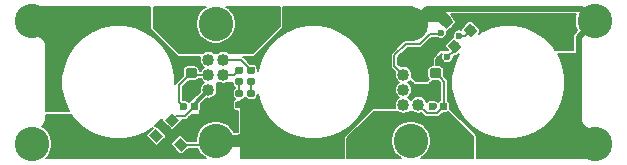
<source format=gbr>
G04 #@! TF.GenerationSoftware,KiCad,Pcbnew,(5.1.4)-1*
G04 #@! TF.CreationDate,2020-06-09T23:13:25-07:00*
G04 #@! TF.ProjectId,SkateLightLEDBoard,536b6174-654c-4696-9768-744c4544426f,rev?*
G04 #@! TF.SameCoordinates,Original*
G04 #@! TF.FileFunction,Copper,L1,Top*
G04 #@! TF.FilePolarity,Positive*
%FSLAX46Y46*%
G04 Gerber Fmt 4.6, Leading zero omitted, Abs format (unit mm)*
G04 Created by KiCad (PCBNEW (5.1.4)-1) date 2020-06-09 23:13:25*
%MOMM*%
%LPD*%
G04 APERTURE LIST*
%ADD10C,1.016000*%
%ADD11C,2.921000*%
%ADD12C,0.800000*%
%ADD13C,0.100000*%
%ADD14C,1.800000*%
%ADD15C,0.590000*%
%ADD16C,0.875000*%
%ADD17C,0.600000*%
%ADD18C,0.200000*%
%ADD19C,0.500000*%
%ADD20C,1.000000*%
%ADD21C,0.350000*%
%ADD22C,0.152400*%
G04 APERTURE END LIST*
D10*
X7620000Y-1905000D03*
X8890000Y-1905000D03*
X7620000Y-635000D03*
X8890000Y-635000D03*
X7620000Y635000D03*
X8890000Y635000D03*
X7620000Y1905000D03*
X8890000Y1905000D03*
D11*
X8255000Y-4953000D03*
X8255000Y4953000D03*
X-8255000Y-4953000D03*
X-8255000Y4953000D03*
D10*
X-8890000Y-1905000D03*
X-7620000Y-1905000D03*
X-8890000Y-635000D03*
X-7620000Y-635000D03*
X-8890000Y635000D03*
X-7620000Y635000D03*
X-8890000Y1905000D03*
X-7620000Y1905000D03*
D11*
X23812500Y5207000D03*
X23812500Y-5207000D03*
X-23812500Y5207000D03*
X-23812500Y-5207000D03*
D12*
X-11230893Y-5279107D03*
D13*
G36*
X-11831934Y-5243752D02*
G01*
X-11266248Y-4678066D01*
X-10629852Y-5314462D01*
X-11195538Y-5880148D01*
X-11831934Y-5243752D01*
X-11831934Y-5243752D01*
G37*
D12*
X-13316858Y-4536645D03*
D13*
G36*
X-13917899Y-4501290D02*
G01*
X-13352213Y-3935604D01*
X-12715817Y-4572000D01*
X-13281503Y-5137686D01*
X-13917899Y-4501290D01*
X-13917899Y-4501290D01*
G37*
D12*
X-11973355Y-3193142D03*
D13*
G36*
X-12574396Y-3157787D02*
G01*
X-12008710Y-2592101D01*
X-11372314Y-3228497D01*
X-11938000Y-3794183D01*
X-12574396Y-3157787D01*
X-12574396Y-3157787D01*
G37*
D12*
X11230893Y5152107D03*
D13*
G36*
X11831934Y5116752D02*
G01*
X11266248Y4551066D01*
X10629852Y5187462D01*
X11195538Y5753148D01*
X11831934Y5116752D01*
X11831934Y5116752D01*
G37*
D12*
X13316858Y4409645D03*
D13*
G36*
X13917899Y4374290D02*
G01*
X13352213Y3808604D01*
X12715817Y4445000D01*
X13281503Y5010686D01*
X13917899Y4374290D01*
X13917899Y4374290D01*
G37*
D12*
X11973355Y3066142D03*
D13*
G36*
X12574396Y3030787D02*
G01*
X12008710Y2465101D01*
X11372314Y3101497D01*
X11938000Y3667183D01*
X12574396Y3030787D01*
X12574396Y3030787D01*
G37*
D14*
X20933000Y4423000D03*
X12087000Y-4423000D03*
X4423000Y-4423000D03*
X-4423000Y4423000D03*
X-12087000Y4423000D03*
X-20933000Y-4423000D03*
D13*
G36*
X-5093702Y352850D02*
G01*
X-5079384Y350726D01*
X-5065343Y347209D01*
X-5051714Y342332D01*
X-5038629Y336143D01*
X-5026213Y328702D01*
X-5014587Y320079D01*
X-5003862Y310358D01*
X-4994141Y299633D01*
X-4985518Y288007D01*
X-4978077Y275591D01*
X-4971888Y262506D01*
X-4967011Y248877D01*
X-4963494Y234836D01*
X-4961370Y220518D01*
X-4960660Y206060D01*
X-4960660Y-88940D01*
X-4961370Y-103398D01*
X-4963494Y-117716D01*
X-4967011Y-131757D01*
X-4971888Y-145386D01*
X-4978077Y-158471D01*
X-4985518Y-170887D01*
X-4994141Y-182513D01*
X-5003862Y-193238D01*
X-5014587Y-202959D01*
X-5026213Y-211582D01*
X-5038629Y-219023D01*
X-5051714Y-225212D01*
X-5065343Y-230089D01*
X-5079384Y-233606D01*
X-5093702Y-235730D01*
X-5108160Y-236440D01*
X-5453160Y-236440D01*
X-5467618Y-235730D01*
X-5481936Y-233606D01*
X-5495977Y-230089D01*
X-5509606Y-225212D01*
X-5522691Y-219023D01*
X-5535107Y-211582D01*
X-5546733Y-202959D01*
X-5557458Y-193238D01*
X-5567179Y-182513D01*
X-5575802Y-170887D01*
X-5583243Y-158471D01*
X-5589432Y-145386D01*
X-5594309Y-131757D01*
X-5597826Y-117716D01*
X-5599950Y-103398D01*
X-5600660Y-88940D01*
X-5600660Y206060D01*
X-5599950Y220518D01*
X-5597826Y234836D01*
X-5594309Y248877D01*
X-5589432Y262506D01*
X-5583243Y275591D01*
X-5575802Y288007D01*
X-5567179Y299633D01*
X-5557458Y310358D01*
X-5546733Y320079D01*
X-5535107Y328702D01*
X-5522691Y336143D01*
X-5509606Y342332D01*
X-5495977Y347209D01*
X-5481936Y350726D01*
X-5467618Y352850D01*
X-5453160Y353560D01*
X-5108160Y353560D01*
X-5093702Y352850D01*
X-5093702Y352850D01*
G37*
D15*
X-5280660Y58560D03*
D13*
G36*
X-5093702Y1322850D02*
G01*
X-5079384Y1320726D01*
X-5065343Y1317209D01*
X-5051714Y1312332D01*
X-5038629Y1306143D01*
X-5026213Y1298702D01*
X-5014587Y1290079D01*
X-5003862Y1280358D01*
X-4994141Y1269633D01*
X-4985518Y1258007D01*
X-4978077Y1245591D01*
X-4971888Y1232506D01*
X-4967011Y1218877D01*
X-4963494Y1204836D01*
X-4961370Y1190518D01*
X-4960660Y1176060D01*
X-4960660Y881060D01*
X-4961370Y866602D01*
X-4963494Y852284D01*
X-4967011Y838243D01*
X-4971888Y824614D01*
X-4978077Y811529D01*
X-4985518Y799113D01*
X-4994141Y787487D01*
X-5003862Y776762D01*
X-5014587Y767041D01*
X-5026213Y758418D01*
X-5038629Y750977D01*
X-5051714Y744788D01*
X-5065343Y739911D01*
X-5079384Y736394D01*
X-5093702Y734270D01*
X-5108160Y733560D01*
X-5453160Y733560D01*
X-5467618Y734270D01*
X-5481936Y736394D01*
X-5495977Y739911D01*
X-5509606Y744788D01*
X-5522691Y750977D01*
X-5535107Y758418D01*
X-5546733Y767041D01*
X-5557458Y776762D01*
X-5567179Y787487D01*
X-5575802Y799113D01*
X-5583243Y811529D01*
X-5589432Y824614D01*
X-5594309Y838243D01*
X-5597826Y852284D01*
X-5599950Y866602D01*
X-5600660Y881060D01*
X-5600660Y1176060D01*
X-5599950Y1190518D01*
X-5597826Y1204836D01*
X-5594309Y1218877D01*
X-5589432Y1232506D01*
X-5583243Y1245591D01*
X-5575802Y1258007D01*
X-5567179Y1269633D01*
X-5557458Y1280358D01*
X-5546733Y1290079D01*
X-5535107Y1298702D01*
X-5522691Y1306143D01*
X-5509606Y1312332D01*
X-5495977Y1317209D01*
X-5481936Y1320726D01*
X-5467618Y1322850D01*
X-5453160Y1323560D01*
X-5108160Y1323560D01*
X-5093702Y1322850D01*
X-5093702Y1322850D01*
G37*
D15*
X-5280660Y1028560D03*
D13*
G36*
X-6109702Y1322850D02*
G01*
X-6095384Y1320726D01*
X-6081343Y1317209D01*
X-6067714Y1312332D01*
X-6054629Y1306143D01*
X-6042213Y1298702D01*
X-6030587Y1290079D01*
X-6019862Y1280358D01*
X-6010141Y1269633D01*
X-6001518Y1258007D01*
X-5994077Y1245591D01*
X-5987888Y1232506D01*
X-5983011Y1218877D01*
X-5979494Y1204836D01*
X-5977370Y1190518D01*
X-5976660Y1176060D01*
X-5976660Y881060D01*
X-5977370Y866602D01*
X-5979494Y852284D01*
X-5983011Y838243D01*
X-5987888Y824614D01*
X-5994077Y811529D01*
X-6001518Y799113D01*
X-6010141Y787487D01*
X-6019862Y776762D01*
X-6030587Y767041D01*
X-6042213Y758418D01*
X-6054629Y750977D01*
X-6067714Y744788D01*
X-6081343Y739911D01*
X-6095384Y736394D01*
X-6109702Y734270D01*
X-6124160Y733560D01*
X-6469160Y733560D01*
X-6483618Y734270D01*
X-6497936Y736394D01*
X-6511977Y739911D01*
X-6525606Y744788D01*
X-6538691Y750977D01*
X-6551107Y758418D01*
X-6562733Y767041D01*
X-6573458Y776762D01*
X-6583179Y787487D01*
X-6591802Y799113D01*
X-6599243Y811529D01*
X-6605432Y824614D01*
X-6610309Y838243D01*
X-6613826Y852284D01*
X-6615950Y866602D01*
X-6616660Y881060D01*
X-6616660Y1176060D01*
X-6615950Y1190518D01*
X-6613826Y1204836D01*
X-6610309Y1218877D01*
X-6605432Y1232506D01*
X-6599243Y1245591D01*
X-6591802Y1258007D01*
X-6583179Y1269633D01*
X-6573458Y1280358D01*
X-6562733Y1290079D01*
X-6551107Y1298702D01*
X-6538691Y1306143D01*
X-6525606Y1312332D01*
X-6511977Y1317209D01*
X-6497936Y1320726D01*
X-6483618Y1322850D01*
X-6469160Y1323560D01*
X-6124160Y1323560D01*
X-6109702Y1322850D01*
X-6109702Y1322850D01*
G37*
D15*
X-6296660Y1028560D03*
D13*
G36*
X-6109702Y352850D02*
G01*
X-6095384Y350726D01*
X-6081343Y347209D01*
X-6067714Y342332D01*
X-6054629Y336143D01*
X-6042213Y328702D01*
X-6030587Y320079D01*
X-6019862Y310358D01*
X-6010141Y299633D01*
X-6001518Y288007D01*
X-5994077Y275591D01*
X-5987888Y262506D01*
X-5983011Y248877D01*
X-5979494Y234836D01*
X-5977370Y220518D01*
X-5976660Y206060D01*
X-5976660Y-88940D01*
X-5977370Y-103398D01*
X-5979494Y-117716D01*
X-5983011Y-131757D01*
X-5987888Y-145386D01*
X-5994077Y-158471D01*
X-6001518Y-170887D01*
X-6010141Y-182513D01*
X-6019862Y-193238D01*
X-6030587Y-202959D01*
X-6042213Y-211582D01*
X-6054629Y-219023D01*
X-6067714Y-225212D01*
X-6081343Y-230089D01*
X-6095384Y-233606D01*
X-6109702Y-235730D01*
X-6124160Y-236440D01*
X-6469160Y-236440D01*
X-6483618Y-235730D01*
X-6497936Y-233606D01*
X-6511977Y-230089D01*
X-6525606Y-225212D01*
X-6538691Y-219023D01*
X-6551107Y-211582D01*
X-6562733Y-202959D01*
X-6573458Y-193238D01*
X-6583179Y-182513D01*
X-6591802Y-170887D01*
X-6599243Y-158471D01*
X-6605432Y-145386D01*
X-6610309Y-131757D01*
X-6613826Y-117716D01*
X-6615950Y-103398D01*
X-6616660Y-88940D01*
X-6616660Y206060D01*
X-6615950Y220518D01*
X-6613826Y234836D01*
X-6610309Y248877D01*
X-6605432Y262506D01*
X-6599243Y275591D01*
X-6591802Y288007D01*
X-6583179Y299633D01*
X-6573458Y310358D01*
X-6562733Y320079D01*
X-6551107Y328702D01*
X-6538691Y336143D01*
X-6525606Y342332D01*
X-6511977Y347209D01*
X-6497936Y350726D01*
X-6483618Y352850D01*
X-6469160Y353560D01*
X-6124160Y353560D01*
X-6109702Y352850D01*
X-6109702Y352850D01*
G37*
D15*
X-6296660Y58560D03*
D13*
G36*
X-10072809Y-351053D02*
G01*
X-10051574Y-354203D01*
X-10030750Y-359419D01*
X-10010538Y-366651D01*
X-9991132Y-375830D01*
X-9972719Y-386866D01*
X-9955476Y-399654D01*
X-9939570Y-414070D01*
X-9925154Y-429976D01*
X-9912366Y-447219D01*
X-9901330Y-465632D01*
X-9892151Y-485038D01*
X-9884919Y-505250D01*
X-9879703Y-526074D01*
X-9876553Y-547309D01*
X-9875500Y-568750D01*
X-9875500Y-1006250D01*
X-9876553Y-1027691D01*
X-9879703Y-1048926D01*
X-9884919Y-1069750D01*
X-9892151Y-1089962D01*
X-9901330Y-1109368D01*
X-9912366Y-1127781D01*
X-9925154Y-1145024D01*
X-9939570Y-1160930D01*
X-9955476Y-1175346D01*
X-9972719Y-1188134D01*
X-9991132Y-1199170D01*
X-10010538Y-1208349D01*
X-10030750Y-1215581D01*
X-10051574Y-1220797D01*
X-10072809Y-1223947D01*
X-10094250Y-1225000D01*
X-10606750Y-1225000D01*
X-10628191Y-1223947D01*
X-10649426Y-1220797D01*
X-10670250Y-1215581D01*
X-10690462Y-1208349D01*
X-10709868Y-1199170D01*
X-10728281Y-1188134D01*
X-10745524Y-1175346D01*
X-10761430Y-1160930D01*
X-10775846Y-1145024D01*
X-10788634Y-1127781D01*
X-10799670Y-1109368D01*
X-10808849Y-1089962D01*
X-10816081Y-1069750D01*
X-10821297Y-1048926D01*
X-10824447Y-1027691D01*
X-10825500Y-1006250D01*
X-10825500Y-568750D01*
X-10824447Y-547309D01*
X-10821297Y-526074D01*
X-10816081Y-505250D01*
X-10808849Y-485038D01*
X-10799670Y-465632D01*
X-10788634Y-447219D01*
X-10775846Y-429976D01*
X-10761430Y-414070D01*
X-10745524Y-399654D01*
X-10728281Y-386866D01*
X-10709868Y-375830D01*
X-10690462Y-366651D01*
X-10670250Y-359419D01*
X-10649426Y-354203D01*
X-10628191Y-351053D01*
X-10606750Y-350000D01*
X-10094250Y-350000D01*
X-10072809Y-351053D01*
X-10072809Y-351053D01*
G37*
D16*
X-10350500Y-787500D03*
D13*
G36*
X-10072809Y1223947D02*
G01*
X-10051574Y1220797D01*
X-10030750Y1215581D01*
X-10010538Y1208349D01*
X-9991132Y1199170D01*
X-9972719Y1188134D01*
X-9955476Y1175346D01*
X-9939570Y1160930D01*
X-9925154Y1145024D01*
X-9912366Y1127781D01*
X-9901330Y1109368D01*
X-9892151Y1089962D01*
X-9884919Y1069750D01*
X-9879703Y1048926D01*
X-9876553Y1027691D01*
X-9875500Y1006250D01*
X-9875500Y568750D01*
X-9876553Y547309D01*
X-9879703Y526074D01*
X-9884919Y505250D01*
X-9892151Y485038D01*
X-9901330Y465632D01*
X-9912366Y447219D01*
X-9925154Y429976D01*
X-9939570Y414070D01*
X-9955476Y399654D01*
X-9972719Y386866D01*
X-9991132Y375830D01*
X-10010538Y366651D01*
X-10030750Y359419D01*
X-10051574Y354203D01*
X-10072809Y351053D01*
X-10094250Y350000D01*
X-10606750Y350000D01*
X-10628191Y351053D01*
X-10649426Y354203D01*
X-10670250Y359419D01*
X-10690462Y366651D01*
X-10709868Y375830D01*
X-10728281Y386866D01*
X-10745524Y399654D01*
X-10761430Y414070D01*
X-10775846Y429976D01*
X-10788634Y447219D01*
X-10799670Y465632D01*
X-10808849Y485038D01*
X-10816081Y505250D01*
X-10821297Y526074D01*
X-10824447Y547309D01*
X-10825500Y568750D01*
X-10825500Y1006250D01*
X-10824447Y1027691D01*
X-10821297Y1048926D01*
X-10816081Y1069750D01*
X-10808849Y1089962D01*
X-10799670Y1109368D01*
X-10788634Y1127781D01*
X-10775846Y1145024D01*
X-10761430Y1160930D01*
X-10745524Y1175346D01*
X-10728281Y1188134D01*
X-10709868Y1199170D01*
X-10690462Y1208349D01*
X-10670250Y1215581D01*
X-10649426Y1220797D01*
X-10628191Y1223947D01*
X-10606750Y1225000D01*
X-10094250Y1225000D01*
X-10072809Y1223947D01*
X-10072809Y1223947D01*
G37*
D16*
X-10350500Y787500D03*
D13*
G36*
X10628191Y1223947D02*
G01*
X10649426Y1220797D01*
X10670250Y1215581D01*
X10690462Y1208349D01*
X10709868Y1199170D01*
X10728281Y1188134D01*
X10745524Y1175346D01*
X10761430Y1160930D01*
X10775846Y1145024D01*
X10788634Y1127781D01*
X10799670Y1109368D01*
X10808849Y1089962D01*
X10816081Y1069750D01*
X10821297Y1048926D01*
X10824447Y1027691D01*
X10825500Y1006250D01*
X10825500Y568750D01*
X10824447Y547309D01*
X10821297Y526074D01*
X10816081Y505250D01*
X10808849Y485038D01*
X10799670Y465632D01*
X10788634Y447219D01*
X10775846Y429976D01*
X10761430Y414070D01*
X10745524Y399654D01*
X10728281Y386866D01*
X10709868Y375830D01*
X10690462Y366651D01*
X10670250Y359419D01*
X10649426Y354203D01*
X10628191Y351053D01*
X10606750Y350000D01*
X10094250Y350000D01*
X10072809Y351053D01*
X10051574Y354203D01*
X10030750Y359419D01*
X10010538Y366651D01*
X9991132Y375830D01*
X9972719Y386866D01*
X9955476Y399654D01*
X9939570Y414070D01*
X9925154Y429976D01*
X9912366Y447219D01*
X9901330Y465632D01*
X9892151Y485038D01*
X9884919Y505250D01*
X9879703Y526074D01*
X9876553Y547309D01*
X9875500Y568750D01*
X9875500Y1006250D01*
X9876553Y1027691D01*
X9879703Y1048926D01*
X9884919Y1069750D01*
X9892151Y1089962D01*
X9901330Y1109368D01*
X9912366Y1127781D01*
X9925154Y1145024D01*
X9939570Y1160930D01*
X9955476Y1175346D01*
X9972719Y1188134D01*
X9991132Y1199170D01*
X10010538Y1208349D01*
X10030750Y1215581D01*
X10051574Y1220797D01*
X10072809Y1223947D01*
X10094250Y1225000D01*
X10606750Y1225000D01*
X10628191Y1223947D01*
X10628191Y1223947D01*
G37*
D16*
X10350500Y787500D03*
D13*
G36*
X10628191Y-351053D02*
G01*
X10649426Y-354203D01*
X10670250Y-359419D01*
X10690462Y-366651D01*
X10709868Y-375830D01*
X10728281Y-386866D01*
X10745524Y-399654D01*
X10761430Y-414070D01*
X10775846Y-429976D01*
X10788634Y-447219D01*
X10799670Y-465632D01*
X10808849Y-485038D01*
X10816081Y-505250D01*
X10821297Y-526074D01*
X10824447Y-547309D01*
X10825500Y-568750D01*
X10825500Y-1006250D01*
X10824447Y-1027691D01*
X10821297Y-1048926D01*
X10816081Y-1069750D01*
X10808849Y-1089962D01*
X10799670Y-1109368D01*
X10788634Y-1127781D01*
X10775846Y-1145024D01*
X10761430Y-1160930D01*
X10745524Y-1175346D01*
X10728281Y-1188134D01*
X10709868Y-1199170D01*
X10690462Y-1208349D01*
X10670250Y-1215581D01*
X10649426Y-1220797D01*
X10628191Y-1223947D01*
X10606750Y-1225000D01*
X10094250Y-1225000D01*
X10072809Y-1223947D01*
X10051574Y-1220797D01*
X10030750Y-1215581D01*
X10010538Y-1208349D01*
X9991132Y-1199170D01*
X9972719Y-1188134D01*
X9955476Y-1175346D01*
X9939570Y-1160930D01*
X9925154Y-1145024D01*
X9912366Y-1127781D01*
X9901330Y-1109368D01*
X9892151Y-1089962D01*
X9884919Y-1069750D01*
X9879703Y-1048926D01*
X9876553Y-1027691D01*
X9875500Y-1006250D01*
X9875500Y-568750D01*
X9876553Y-547309D01*
X9879703Y-526074D01*
X9884919Y-505250D01*
X9892151Y-485038D01*
X9901330Y-465632D01*
X9912366Y-447219D01*
X9925154Y-429976D01*
X9939570Y-414070D01*
X9955476Y-399654D01*
X9972719Y-386866D01*
X9991132Y-375830D01*
X10010538Y-366651D01*
X10030750Y-359419D01*
X10051574Y-354203D01*
X10072809Y-351053D01*
X10094250Y-350000D01*
X10606750Y-350000D01*
X10628191Y-351053D01*
X10628191Y-351053D01*
G37*
D16*
X10350500Y-787500D03*
D13*
G36*
X-10864042Y-1712710D02*
G01*
X-10849724Y-1714834D01*
X-10835683Y-1718351D01*
X-10822054Y-1723228D01*
X-10808969Y-1729417D01*
X-10796553Y-1736858D01*
X-10784927Y-1745481D01*
X-10774202Y-1755202D01*
X-10764481Y-1765927D01*
X-10755858Y-1777553D01*
X-10748417Y-1789969D01*
X-10742228Y-1803054D01*
X-10737351Y-1816683D01*
X-10733834Y-1830724D01*
X-10731710Y-1845042D01*
X-10731000Y-1859500D01*
X-10731000Y-2204500D01*
X-10731710Y-2218958D01*
X-10733834Y-2233276D01*
X-10737351Y-2247317D01*
X-10742228Y-2260946D01*
X-10748417Y-2274031D01*
X-10755858Y-2286447D01*
X-10764481Y-2298073D01*
X-10774202Y-2308798D01*
X-10784927Y-2318519D01*
X-10796553Y-2327142D01*
X-10808969Y-2334583D01*
X-10822054Y-2340772D01*
X-10835683Y-2345649D01*
X-10849724Y-2349166D01*
X-10864042Y-2351290D01*
X-10878500Y-2352000D01*
X-11173500Y-2352000D01*
X-11187958Y-2351290D01*
X-11202276Y-2349166D01*
X-11216317Y-2345649D01*
X-11229946Y-2340772D01*
X-11243031Y-2334583D01*
X-11255447Y-2327142D01*
X-11267073Y-2318519D01*
X-11277798Y-2308798D01*
X-11287519Y-2298073D01*
X-11296142Y-2286447D01*
X-11303583Y-2274031D01*
X-11309772Y-2260946D01*
X-11314649Y-2247317D01*
X-11318166Y-2233276D01*
X-11320290Y-2218958D01*
X-11321000Y-2204500D01*
X-11321000Y-1859500D01*
X-11320290Y-1845042D01*
X-11318166Y-1830724D01*
X-11314649Y-1816683D01*
X-11309772Y-1803054D01*
X-11303583Y-1789969D01*
X-11296142Y-1777553D01*
X-11287519Y-1765927D01*
X-11277798Y-1755202D01*
X-11267073Y-1745481D01*
X-11255447Y-1736858D01*
X-11243031Y-1729417D01*
X-11229946Y-1723228D01*
X-11216317Y-1718351D01*
X-11202276Y-1714834D01*
X-11187958Y-1712710D01*
X-11173500Y-1712000D01*
X-10878500Y-1712000D01*
X-10864042Y-1712710D01*
X-10864042Y-1712710D01*
G37*
D15*
X-11026000Y-2032000D03*
D13*
G36*
X-9894042Y-1712710D02*
G01*
X-9879724Y-1714834D01*
X-9865683Y-1718351D01*
X-9852054Y-1723228D01*
X-9838969Y-1729417D01*
X-9826553Y-1736858D01*
X-9814927Y-1745481D01*
X-9804202Y-1755202D01*
X-9794481Y-1765927D01*
X-9785858Y-1777553D01*
X-9778417Y-1789969D01*
X-9772228Y-1803054D01*
X-9767351Y-1816683D01*
X-9763834Y-1830724D01*
X-9761710Y-1845042D01*
X-9761000Y-1859500D01*
X-9761000Y-2204500D01*
X-9761710Y-2218958D01*
X-9763834Y-2233276D01*
X-9767351Y-2247317D01*
X-9772228Y-2260946D01*
X-9778417Y-2274031D01*
X-9785858Y-2286447D01*
X-9794481Y-2298073D01*
X-9804202Y-2308798D01*
X-9814927Y-2318519D01*
X-9826553Y-2327142D01*
X-9838969Y-2334583D01*
X-9852054Y-2340772D01*
X-9865683Y-2345649D01*
X-9879724Y-2349166D01*
X-9894042Y-2351290D01*
X-9908500Y-2352000D01*
X-10203500Y-2352000D01*
X-10217958Y-2351290D01*
X-10232276Y-2349166D01*
X-10246317Y-2345649D01*
X-10259946Y-2340772D01*
X-10273031Y-2334583D01*
X-10285447Y-2327142D01*
X-10297073Y-2318519D01*
X-10307798Y-2308798D01*
X-10317519Y-2298073D01*
X-10326142Y-2286447D01*
X-10333583Y-2274031D01*
X-10339772Y-2260946D01*
X-10344649Y-2247317D01*
X-10348166Y-2233276D01*
X-10350290Y-2218958D01*
X-10351000Y-2204500D01*
X-10351000Y-1859500D01*
X-10350290Y-1845042D01*
X-10348166Y-1830724D01*
X-10344649Y-1816683D01*
X-10339772Y-1803054D01*
X-10333583Y-1789969D01*
X-10326142Y-1777553D01*
X-10317519Y-1765927D01*
X-10307798Y-1755202D01*
X-10297073Y-1745481D01*
X-10285447Y-1736858D01*
X-10273031Y-1729417D01*
X-10259946Y-1723228D01*
X-10246317Y-1718351D01*
X-10232276Y-1714834D01*
X-10217958Y-1712710D01*
X-10203500Y-1712000D01*
X-9908500Y-1712000D01*
X-9894042Y-1712710D01*
X-9894042Y-1712710D01*
G37*
D15*
X-10056000Y-2032000D03*
D13*
G36*
X10217958Y-1712710D02*
G01*
X10232276Y-1714834D01*
X10246317Y-1718351D01*
X10259946Y-1723228D01*
X10273031Y-1729417D01*
X10285447Y-1736858D01*
X10297073Y-1745481D01*
X10307798Y-1755202D01*
X10317519Y-1765927D01*
X10326142Y-1777553D01*
X10333583Y-1789969D01*
X10339772Y-1803054D01*
X10344649Y-1816683D01*
X10348166Y-1830724D01*
X10350290Y-1845042D01*
X10351000Y-1859500D01*
X10351000Y-2204500D01*
X10350290Y-2218958D01*
X10348166Y-2233276D01*
X10344649Y-2247317D01*
X10339772Y-2260946D01*
X10333583Y-2274031D01*
X10326142Y-2286447D01*
X10317519Y-2298073D01*
X10307798Y-2308798D01*
X10297073Y-2318519D01*
X10285447Y-2327142D01*
X10273031Y-2334583D01*
X10259946Y-2340772D01*
X10246317Y-2345649D01*
X10232276Y-2349166D01*
X10217958Y-2351290D01*
X10203500Y-2352000D01*
X9908500Y-2352000D01*
X9894042Y-2351290D01*
X9879724Y-2349166D01*
X9865683Y-2345649D01*
X9852054Y-2340772D01*
X9838969Y-2334583D01*
X9826553Y-2327142D01*
X9814927Y-2318519D01*
X9804202Y-2308798D01*
X9794481Y-2298073D01*
X9785858Y-2286447D01*
X9778417Y-2274031D01*
X9772228Y-2260946D01*
X9767351Y-2247317D01*
X9763834Y-2233276D01*
X9761710Y-2218958D01*
X9761000Y-2204500D01*
X9761000Y-1859500D01*
X9761710Y-1845042D01*
X9763834Y-1830724D01*
X9767351Y-1816683D01*
X9772228Y-1803054D01*
X9778417Y-1789969D01*
X9785858Y-1777553D01*
X9794481Y-1765927D01*
X9804202Y-1755202D01*
X9814927Y-1745481D01*
X9826553Y-1736858D01*
X9838969Y-1729417D01*
X9852054Y-1723228D01*
X9865683Y-1718351D01*
X9879724Y-1714834D01*
X9894042Y-1712710D01*
X9908500Y-1712000D01*
X10203500Y-1712000D01*
X10217958Y-1712710D01*
X10217958Y-1712710D01*
G37*
D15*
X10056000Y-2032000D03*
D13*
G36*
X11187958Y-1712710D02*
G01*
X11202276Y-1714834D01*
X11216317Y-1718351D01*
X11229946Y-1723228D01*
X11243031Y-1729417D01*
X11255447Y-1736858D01*
X11267073Y-1745481D01*
X11277798Y-1755202D01*
X11287519Y-1765927D01*
X11296142Y-1777553D01*
X11303583Y-1789969D01*
X11309772Y-1803054D01*
X11314649Y-1816683D01*
X11318166Y-1830724D01*
X11320290Y-1845042D01*
X11321000Y-1859500D01*
X11321000Y-2204500D01*
X11320290Y-2218958D01*
X11318166Y-2233276D01*
X11314649Y-2247317D01*
X11309772Y-2260946D01*
X11303583Y-2274031D01*
X11296142Y-2286447D01*
X11287519Y-2298073D01*
X11277798Y-2308798D01*
X11267073Y-2318519D01*
X11255447Y-2327142D01*
X11243031Y-2334583D01*
X11229946Y-2340772D01*
X11216317Y-2345649D01*
X11202276Y-2349166D01*
X11187958Y-2351290D01*
X11173500Y-2352000D01*
X10878500Y-2352000D01*
X10864042Y-2351290D01*
X10849724Y-2349166D01*
X10835683Y-2345649D01*
X10822054Y-2340772D01*
X10808969Y-2334583D01*
X10796553Y-2327142D01*
X10784927Y-2318519D01*
X10774202Y-2308798D01*
X10764481Y-2298073D01*
X10755858Y-2286447D01*
X10748417Y-2274031D01*
X10742228Y-2260946D01*
X10737351Y-2247317D01*
X10733834Y-2233276D01*
X10731710Y-2218958D01*
X10731000Y-2204500D01*
X10731000Y-1859500D01*
X10731710Y-1845042D01*
X10733834Y-1830724D01*
X10737351Y-1816683D01*
X10742228Y-1803054D01*
X10748417Y-1789969D01*
X10755858Y-1777553D01*
X10764481Y-1765927D01*
X10774202Y-1755202D01*
X10784927Y-1745481D01*
X10796553Y-1736858D01*
X10808969Y-1729417D01*
X10822054Y-1723228D01*
X10835683Y-1718351D01*
X10849724Y-1714834D01*
X10864042Y-1712710D01*
X10878500Y-1712000D01*
X11173500Y-1712000D01*
X11187958Y-1712710D01*
X11187958Y-1712710D01*
G37*
D15*
X11026000Y-2032000D03*
D13*
G36*
X-5093702Y-1615650D02*
G01*
X-5079384Y-1617774D01*
X-5065343Y-1621291D01*
X-5051714Y-1626168D01*
X-5038629Y-1632357D01*
X-5026213Y-1639798D01*
X-5014587Y-1648421D01*
X-5003862Y-1658142D01*
X-4994141Y-1668867D01*
X-4985518Y-1680493D01*
X-4978077Y-1692909D01*
X-4971888Y-1705994D01*
X-4967011Y-1719623D01*
X-4963494Y-1733664D01*
X-4961370Y-1747982D01*
X-4960660Y-1762440D01*
X-4960660Y-2057440D01*
X-4961370Y-2071898D01*
X-4963494Y-2086216D01*
X-4967011Y-2100257D01*
X-4971888Y-2113886D01*
X-4978077Y-2126971D01*
X-4985518Y-2139387D01*
X-4994141Y-2151013D01*
X-5003862Y-2161738D01*
X-5014587Y-2171459D01*
X-5026213Y-2180082D01*
X-5038629Y-2187523D01*
X-5051714Y-2193712D01*
X-5065343Y-2198589D01*
X-5079384Y-2202106D01*
X-5093702Y-2204230D01*
X-5108160Y-2204940D01*
X-5453160Y-2204940D01*
X-5467618Y-2204230D01*
X-5481936Y-2202106D01*
X-5495977Y-2198589D01*
X-5509606Y-2193712D01*
X-5522691Y-2187523D01*
X-5535107Y-2180082D01*
X-5546733Y-2171459D01*
X-5557458Y-2161738D01*
X-5567179Y-2151013D01*
X-5575802Y-2139387D01*
X-5583243Y-2126971D01*
X-5589432Y-2113886D01*
X-5594309Y-2100257D01*
X-5597826Y-2086216D01*
X-5599950Y-2071898D01*
X-5600660Y-2057440D01*
X-5600660Y-1762440D01*
X-5599950Y-1747982D01*
X-5597826Y-1733664D01*
X-5594309Y-1719623D01*
X-5589432Y-1705994D01*
X-5583243Y-1692909D01*
X-5575802Y-1680493D01*
X-5567179Y-1668867D01*
X-5557458Y-1658142D01*
X-5546733Y-1648421D01*
X-5535107Y-1639798D01*
X-5522691Y-1632357D01*
X-5509606Y-1626168D01*
X-5495977Y-1621291D01*
X-5481936Y-1617774D01*
X-5467618Y-1615650D01*
X-5453160Y-1614940D01*
X-5108160Y-1614940D01*
X-5093702Y-1615650D01*
X-5093702Y-1615650D01*
G37*
D15*
X-5280660Y-1909940D03*
D13*
G36*
X-5093702Y-645650D02*
G01*
X-5079384Y-647774D01*
X-5065343Y-651291D01*
X-5051714Y-656168D01*
X-5038629Y-662357D01*
X-5026213Y-669798D01*
X-5014587Y-678421D01*
X-5003862Y-688142D01*
X-4994141Y-698867D01*
X-4985518Y-710493D01*
X-4978077Y-722909D01*
X-4971888Y-735994D01*
X-4967011Y-749623D01*
X-4963494Y-763664D01*
X-4961370Y-777982D01*
X-4960660Y-792440D01*
X-4960660Y-1087440D01*
X-4961370Y-1101898D01*
X-4963494Y-1116216D01*
X-4967011Y-1130257D01*
X-4971888Y-1143886D01*
X-4978077Y-1156971D01*
X-4985518Y-1169387D01*
X-4994141Y-1181013D01*
X-5003862Y-1191738D01*
X-5014587Y-1201459D01*
X-5026213Y-1210082D01*
X-5038629Y-1217523D01*
X-5051714Y-1223712D01*
X-5065343Y-1228589D01*
X-5079384Y-1232106D01*
X-5093702Y-1234230D01*
X-5108160Y-1234940D01*
X-5453160Y-1234940D01*
X-5467618Y-1234230D01*
X-5481936Y-1232106D01*
X-5495977Y-1228589D01*
X-5509606Y-1223712D01*
X-5522691Y-1217523D01*
X-5535107Y-1210082D01*
X-5546733Y-1201459D01*
X-5557458Y-1191738D01*
X-5567179Y-1181013D01*
X-5575802Y-1169387D01*
X-5583243Y-1156971D01*
X-5589432Y-1143886D01*
X-5594309Y-1130257D01*
X-5597826Y-1116216D01*
X-5599950Y-1101898D01*
X-5600660Y-1087440D01*
X-5600660Y-792440D01*
X-5599950Y-777982D01*
X-5597826Y-763664D01*
X-5594309Y-749623D01*
X-5589432Y-735994D01*
X-5583243Y-722909D01*
X-5575802Y-710493D01*
X-5567179Y-698867D01*
X-5557458Y-688142D01*
X-5546733Y-678421D01*
X-5535107Y-669798D01*
X-5522691Y-662357D01*
X-5509606Y-656168D01*
X-5495977Y-651291D01*
X-5481936Y-647774D01*
X-5467618Y-645650D01*
X-5453160Y-644940D01*
X-5108160Y-644940D01*
X-5093702Y-645650D01*
X-5093702Y-645650D01*
G37*
D15*
X-5280660Y-939940D03*
D13*
G36*
X-6109702Y-645650D02*
G01*
X-6095384Y-647774D01*
X-6081343Y-651291D01*
X-6067714Y-656168D01*
X-6054629Y-662357D01*
X-6042213Y-669798D01*
X-6030587Y-678421D01*
X-6019862Y-688142D01*
X-6010141Y-698867D01*
X-6001518Y-710493D01*
X-5994077Y-722909D01*
X-5987888Y-735994D01*
X-5983011Y-749623D01*
X-5979494Y-763664D01*
X-5977370Y-777982D01*
X-5976660Y-792440D01*
X-5976660Y-1087440D01*
X-5977370Y-1101898D01*
X-5979494Y-1116216D01*
X-5983011Y-1130257D01*
X-5987888Y-1143886D01*
X-5994077Y-1156971D01*
X-6001518Y-1169387D01*
X-6010141Y-1181013D01*
X-6019862Y-1191738D01*
X-6030587Y-1201459D01*
X-6042213Y-1210082D01*
X-6054629Y-1217523D01*
X-6067714Y-1223712D01*
X-6081343Y-1228589D01*
X-6095384Y-1232106D01*
X-6109702Y-1234230D01*
X-6124160Y-1234940D01*
X-6469160Y-1234940D01*
X-6483618Y-1234230D01*
X-6497936Y-1232106D01*
X-6511977Y-1228589D01*
X-6525606Y-1223712D01*
X-6538691Y-1217523D01*
X-6551107Y-1210082D01*
X-6562733Y-1201459D01*
X-6573458Y-1191738D01*
X-6583179Y-1181013D01*
X-6591802Y-1169387D01*
X-6599243Y-1156971D01*
X-6605432Y-1143886D01*
X-6610309Y-1130257D01*
X-6613826Y-1116216D01*
X-6615950Y-1101898D01*
X-6616660Y-1087440D01*
X-6616660Y-792440D01*
X-6615950Y-777982D01*
X-6613826Y-763664D01*
X-6610309Y-749623D01*
X-6605432Y-735994D01*
X-6599243Y-722909D01*
X-6591802Y-710493D01*
X-6583179Y-698867D01*
X-6573458Y-688142D01*
X-6562733Y-678421D01*
X-6551107Y-669798D01*
X-6538691Y-662357D01*
X-6525606Y-656168D01*
X-6511977Y-651291D01*
X-6497936Y-647774D01*
X-6483618Y-645650D01*
X-6469160Y-644940D01*
X-6124160Y-644940D01*
X-6109702Y-645650D01*
X-6109702Y-645650D01*
G37*
D15*
X-6296660Y-939940D03*
D13*
G36*
X-6109702Y-1615650D02*
G01*
X-6095384Y-1617774D01*
X-6081343Y-1621291D01*
X-6067714Y-1626168D01*
X-6054629Y-1632357D01*
X-6042213Y-1639798D01*
X-6030587Y-1648421D01*
X-6019862Y-1658142D01*
X-6010141Y-1668867D01*
X-6001518Y-1680493D01*
X-5994077Y-1692909D01*
X-5987888Y-1705994D01*
X-5983011Y-1719623D01*
X-5979494Y-1733664D01*
X-5977370Y-1747982D01*
X-5976660Y-1762440D01*
X-5976660Y-2057440D01*
X-5977370Y-2071898D01*
X-5979494Y-2086216D01*
X-5983011Y-2100257D01*
X-5987888Y-2113886D01*
X-5994077Y-2126971D01*
X-6001518Y-2139387D01*
X-6010141Y-2151013D01*
X-6019862Y-2161738D01*
X-6030587Y-2171459D01*
X-6042213Y-2180082D01*
X-6054629Y-2187523D01*
X-6067714Y-2193712D01*
X-6081343Y-2198589D01*
X-6095384Y-2202106D01*
X-6109702Y-2204230D01*
X-6124160Y-2204940D01*
X-6469160Y-2204940D01*
X-6483618Y-2204230D01*
X-6497936Y-2202106D01*
X-6511977Y-2198589D01*
X-6525606Y-2193712D01*
X-6538691Y-2187523D01*
X-6551107Y-2180082D01*
X-6562733Y-2171459D01*
X-6573458Y-2161738D01*
X-6583179Y-2151013D01*
X-6591802Y-2139387D01*
X-6599243Y-2126971D01*
X-6605432Y-2113886D01*
X-6610309Y-2100257D01*
X-6613826Y-2086216D01*
X-6615950Y-2071898D01*
X-6616660Y-2057440D01*
X-6616660Y-1762440D01*
X-6615950Y-1747982D01*
X-6613826Y-1733664D01*
X-6610309Y-1719623D01*
X-6605432Y-1705994D01*
X-6599243Y-1692909D01*
X-6591802Y-1680493D01*
X-6583179Y-1668867D01*
X-6573458Y-1658142D01*
X-6562733Y-1648421D01*
X-6551107Y-1639798D01*
X-6538691Y-1632357D01*
X-6525606Y-1626168D01*
X-6511977Y-1621291D01*
X-6497936Y-1617774D01*
X-6483618Y-1615650D01*
X-6469160Y-1614940D01*
X-6124160Y-1614940D01*
X-6109702Y-1615650D01*
X-6109702Y-1615650D01*
G37*
D15*
X-6296660Y-1909940D03*
D17*
X-10490000Y-500000D03*
X-5170000Y-2000000D03*
X-4693920Y2131060D03*
X-2024380Y4871720D03*
X10350500Y-787500D03*
X14127480Y-5633720D03*
X11630660Y-1435100D03*
X1710000Y-5810000D03*
X-5080000Y-4826000D03*
X6210000Y-1630000D03*
X6010000Y980000D03*
X4190000Y5020000D03*
X-10980000Y1750000D03*
X16340000Y-5580000D03*
X19240000Y-5100000D03*
X21260000Y-3480000D03*
X21830000Y-1230000D03*
X21810000Y1530000D03*
X-13204301Y-4490862D03*
X12334240Y3954780D03*
X10764520Y4203700D03*
X12542520Y5278120D03*
X10589260Y3169920D03*
X14569440Y5069840D03*
X16520160Y5255260D03*
X18514060Y5092700D03*
X-19140000Y-5460000D03*
X-17010000Y-5760000D03*
X-14360000Y-5690000D03*
X-11980000Y-4600000D03*
X11340000Y2140000D03*
X10202811Y-2032000D03*
D18*
X-10198000Y635000D02*
X-10350500Y787500D01*
X-8890000Y635000D02*
X-10198000Y635000D01*
X-10812112Y325888D02*
X-10350500Y787500D01*
X-11360168Y-222168D02*
X-10812112Y325888D01*
X-11360168Y-1697832D02*
X-11360168Y-222168D01*
X-11026000Y-2032000D02*
X-11360168Y-1697832D01*
X10691832Y-2366168D02*
X11026000Y-2032000D01*
X10453590Y-2604410D02*
X10691832Y-2366168D01*
X9589410Y-2604410D02*
X10453590Y-2604410D01*
X8890000Y-1905000D02*
X9589410Y-2604410D01*
X10812112Y325888D02*
X10350500Y787500D01*
X11077910Y60090D02*
X10812112Y325888D01*
X11077910Y-1560090D02*
X11077910Y60090D01*
X11026000Y-1612000D02*
X11077910Y-1560090D01*
X11026000Y-2032000D02*
X11026000Y-1612000D01*
D19*
X23812500Y-5207000D02*
X22740620Y-5207000D01*
X22740620Y-5207000D02*
X21973540Y-5974080D01*
D18*
X-9255000Y-5522000D02*
X-9255000Y-4922000D01*
X-7255000Y-4572000D02*
X-7255000Y-5172000D01*
D19*
X22457891Y-3852391D02*
X23812500Y-5207000D01*
X22457891Y3852391D02*
X22457891Y1867891D01*
X23812500Y5207000D02*
X22457891Y3852391D01*
X23812500Y5207000D02*
X22994099Y6025401D01*
D20*
X11230893Y5152107D02*
X10807798Y5575202D01*
X8877202Y5575202D02*
X8255000Y4953000D01*
X10807798Y5575202D02*
X8877202Y5575202D01*
D18*
X-8581107Y-5279107D02*
X-8255000Y-4953000D01*
X-11230893Y-5279107D02*
X-8581107Y-5279107D01*
D20*
X-6189542Y-4953000D02*
X-6062542Y-4826000D01*
X-8255000Y-4953000D02*
X-6189542Y-4953000D01*
X-6062542Y-4826000D02*
X-5080000Y-4826000D01*
D18*
X-5260060Y-1909940D02*
X-5170000Y-2000000D01*
X-6296660Y-1909940D02*
X-5260060Y-1909940D01*
D19*
X22457891Y1867891D02*
X22457891Y-3852391D01*
X22771100Y6238240D02*
X9583420Y6238240D01*
X23812500Y5207000D02*
X23802340Y5207000D01*
X9583420Y6238240D02*
X8298180Y4953000D01*
X23802340Y5207000D02*
X22771100Y6238240D01*
X8298180Y4953000D02*
X8255000Y4953000D01*
D18*
X-10390168Y-2366168D02*
X-10056000Y-2032000D01*
X-10863589Y-2839589D02*
X-10390168Y-2366168D01*
X-11619802Y-2839589D02*
X-10863589Y-2839589D01*
X-11973355Y-3193142D02*
X-11619802Y-2839589D01*
X12861993Y3954780D02*
X13316858Y4409645D01*
X12334240Y3954780D02*
X12861993Y3954780D01*
X10660380Y4099560D02*
X10764520Y4203700D01*
X6859599Y2269993D02*
X7829705Y3240099D01*
X7829705Y3240099D02*
X8983039Y3240099D01*
X6859599Y1395401D02*
X6859599Y2269993D01*
X8983039Y3240099D02*
X9842500Y4099560D01*
X7620000Y635000D02*
X6859599Y1395401D01*
X9842500Y4099560D02*
X10660380Y4099560D01*
X-6690220Y635000D02*
X-6296660Y1028560D01*
X-7620000Y635000D02*
X-6690220Y635000D01*
X-6157100Y1905000D02*
X-5280660Y1028560D01*
X-7620000Y1905000D02*
X-6157100Y1905000D01*
X-5280660Y58560D02*
X-5280660Y-939940D01*
X-6296660Y58560D02*
X-6296660Y-939940D01*
D21*
X-10056000Y-1801000D02*
X-10056000Y-2032000D01*
X-8890000Y-635000D02*
X-10056000Y-1801000D01*
D18*
X11973355Y3066142D02*
X11973355Y2773355D01*
X11973355Y2773355D02*
X11340000Y2140000D01*
D22*
G36*
X10871560Y2390386D02*
G01*
X10831713Y2294187D01*
X10811400Y2192063D01*
X10811400Y2087937D01*
X10831713Y1985813D01*
X10871560Y1889614D01*
X10929409Y1803037D01*
X11003037Y1729409D01*
X11089614Y1671560D01*
X11185813Y1631713D01*
X11287937Y1611400D01*
X11392063Y1611400D01*
X11494187Y1631713D01*
X11590386Y1671560D01*
X11676963Y1729409D01*
X11750591Y1803037D01*
X11808440Y1889614D01*
X11848287Y1985813D01*
X11868600Y2087937D01*
X11868600Y2192063D01*
X11866638Y2201927D01*
X11918710Y2254000D01*
X11920805Y2252880D01*
X11963897Y2239809D01*
X12008710Y2235395D01*
X12053523Y2239809D01*
X12096615Y2252880D01*
X12136328Y2274107D01*
X12171137Y2302674D01*
X12306863Y2438400D01*
X12331979Y2438400D01*
X12230950Y2287200D01*
X11866960Y1408451D01*
X11681400Y475576D01*
X11681400Y-475576D01*
X11866960Y-1408451D01*
X12230950Y-2287200D01*
X12759381Y-3078053D01*
X13431947Y-3750619D01*
X14222800Y-4279050D01*
X15101549Y-4643040D01*
X16034424Y-4828600D01*
X16985576Y-4828600D01*
X17918451Y-4643040D01*
X18797200Y-4279050D01*
X19588053Y-3750619D01*
X20260619Y-3078053D01*
X20789050Y-2287200D01*
X21153040Y-1408451D01*
X21338600Y-475576D01*
X21338600Y475576D01*
X21153040Y1408451D01*
X20789050Y2287200D01*
X20688021Y2438400D01*
X22632924Y2438400D01*
X22632925Y12469D01*
X22632924Y-3003064D01*
X22633436Y-3008265D01*
X22635559Y-3061562D01*
X22637717Y-3077155D01*
X22638755Y-3092856D01*
X22639357Y-3096351D01*
X22665644Y-3242726D01*
X22671922Y-3264941D01*
X22677857Y-3287118D01*
X22679126Y-3290429D01*
X22733343Y-3428910D01*
X22743804Y-3449458D01*
X22753945Y-3470085D01*
X22755830Y-3473082D01*
X22755833Y-3473087D01*
X22755836Y-3473091D01*
X22835915Y-3598399D01*
X22850183Y-3616543D01*
X22864123Y-3634788D01*
X22866553Y-3637361D01*
X22866558Y-3637367D01*
X22866563Y-3637372D01*
X22969455Y-3744738D01*
X22986929Y-3759726D01*
X23004193Y-3774956D01*
X23007083Y-3777011D01*
X23128876Y-3862352D01*
X23148955Y-3873675D01*
X23168822Y-3885247D01*
X23172056Y-3886702D01*
X23308105Y-3946761D01*
X23330039Y-3953981D01*
X23351737Y-3961460D01*
X23355182Y-3962257D01*
X23355192Y-3962260D01*
X23355202Y-3962261D01*
X23500315Y-3994749D01*
X23523186Y-3997565D01*
X23545972Y-4000694D01*
X23549516Y-4000807D01*
X23549517Y-4000807D01*
X23698188Y-4004490D01*
X23698411Y-4004474D01*
X23698937Y-4004490D01*
X23958976Y-4010759D01*
X24188536Y-4061991D01*
X24403777Y-4156838D01*
X24596491Y-4291682D01*
X24759348Y-4461395D01*
X24886136Y-4659503D01*
X24972031Y-4878466D01*
X25013761Y-5109946D01*
X25009734Y-5345124D01*
X24960106Y-5575033D01*
X24866765Y-5790929D01*
X24733268Y-5984583D01*
X24564699Y-6148619D01*
X24367480Y-6276788D01*
X24149119Y-6364210D01*
X23911139Y-6408829D01*
X23804981Y-6413500D01*
X13817600Y-6413500D01*
X13817600Y-4572000D01*
X13813208Y-4527402D01*
X13800199Y-4484519D01*
X13779074Y-4444997D01*
X13750645Y-4410355D01*
X11591645Y-2251355D01*
X11557003Y-2222926D01*
X11549297Y-2218807D01*
X11550706Y-2204500D01*
X11550706Y-1859500D01*
X11543458Y-1785911D01*
X11521993Y-1715150D01*
X11487135Y-1649936D01*
X11440225Y-1592775D01*
X11407523Y-1565938D01*
X11408099Y-1560090D01*
X11406510Y-1543958D01*
X11406510Y43959D01*
X11408099Y60091D01*
X11404916Y92410D01*
X11401755Y124507D01*
X11382965Y186448D01*
X11360434Y228600D01*
X11352452Y243534D01*
X11321674Y281037D01*
X11321672Y281039D01*
X11311389Y293569D01*
X11298859Y303852D01*
X11055880Y546830D01*
X11055876Y546835D01*
X11053301Y549410D01*
X11055206Y568750D01*
X11055206Y1006250D01*
X11046589Y1093739D01*
X11021069Y1177867D01*
X10979628Y1255399D01*
X10923856Y1323356D01*
X10855899Y1379128D01*
X10778367Y1420569D01*
X10694239Y1446089D01*
X10606750Y1454706D01*
X10388600Y1454706D01*
X10388600Y1937310D01*
X10889690Y2438400D01*
X10903642Y2438400D01*
X10871560Y2390386D01*
X10871560Y2390386D01*
G37*
X10871560Y2390386D02*
X10831713Y2294187D01*
X10811400Y2192063D01*
X10811400Y2087937D01*
X10831713Y1985813D01*
X10871560Y1889614D01*
X10929409Y1803037D01*
X11003037Y1729409D01*
X11089614Y1671560D01*
X11185813Y1631713D01*
X11287937Y1611400D01*
X11392063Y1611400D01*
X11494187Y1631713D01*
X11590386Y1671560D01*
X11676963Y1729409D01*
X11750591Y1803037D01*
X11808440Y1889614D01*
X11848287Y1985813D01*
X11868600Y2087937D01*
X11868600Y2192063D01*
X11866638Y2201927D01*
X11918710Y2254000D01*
X11920805Y2252880D01*
X11963897Y2239809D01*
X12008710Y2235395D01*
X12053523Y2239809D01*
X12096615Y2252880D01*
X12136328Y2274107D01*
X12171137Y2302674D01*
X12306863Y2438400D01*
X12331979Y2438400D01*
X12230950Y2287200D01*
X11866960Y1408451D01*
X11681400Y475576D01*
X11681400Y-475576D01*
X11866960Y-1408451D01*
X12230950Y-2287200D01*
X12759381Y-3078053D01*
X13431947Y-3750619D01*
X14222800Y-4279050D01*
X15101549Y-4643040D01*
X16034424Y-4828600D01*
X16985576Y-4828600D01*
X17918451Y-4643040D01*
X18797200Y-4279050D01*
X19588053Y-3750619D01*
X20260619Y-3078053D01*
X20789050Y-2287200D01*
X21153040Y-1408451D01*
X21338600Y-475576D01*
X21338600Y475576D01*
X21153040Y1408451D01*
X20789050Y2287200D01*
X20688021Y2438400D01*
X22632924Y2438400D01*
X22632925Y12469D01*
X22632924Y-3003064D01*
X22633436Y-3008265D01*
X22635559Y-3061562D01*
X22637717Y-3077155D01*
X22638755Y-3092856D01*
X22639357Y-3096351D01*
X22665644Y-3242726D01*
X22671922Y-3264941D01*
X22677857Y-3287118D01*
X22679126Y-3290429D01*
X22733343Y-3428910D01*
X22743804Y-3449458D01*
X22753945Y-3470085D01*
X22755830Y-3473082D01*
X22755833Y-3473087D01*
X22755836Y-3473091D01*
X22835915Y-3598399D01*
X22850183Y-3616543D01*
X22864123Y-3634788D01*
X22866553Y-3637361D01*
X22866558Y-3637367D01*
X22866563Y-3637372D01*
X22969455Y-3744738D01*
X22986929Y-3759726D01*
X23004193Y-3774956D01*
X23007083Y-3777011D01*
X23128876Y-3862352D01*
X23148955Y-3873675D01*
X23168822Y-3885247D01*
X23172056Y-3886702D01*
X23308105Y-3946761D01*
X23330039Y-3953981D01*
X23351737Y-3961460D01*
X23355182Y-3962257D01*
X23355192Y-3962260D01*
X23355202Y-3962261D01*
X23500315Y-3994749D01*
X23523186Y-3997565D01*
X23545972Y-4000694D01*
X23549516Y-4000807D01*
X23549517Y-4000807D01*
X23698188Y-4004490D01*
X23698411Y-4004474D01*
X23698937Y-4004490D01*
X23958976Y-4010759D01*
X24188536Y-4061991D01*
X24403777Y-4156838D01*
X24596491Y-4291682D01*
X24759348Y-4461395D01*
X24886136Y-4659503D01*
X24972031Y-4878466D01*
X25013761Y-5109946D01*
X25009734Y-5345124D01*
X24960106Y-5575033D01*
X24866765Y-5790929D01*
X24733268Y-5984583D01*
X24564699Y-6148619D01*
X24367480Y-6276788D01*
X24149119Y-6364210D01*
X23911139Y-6408829D01*
X23804981Y-6413500D01*
X13817600Y-6413500D01*
X13817600Y-4572000D01*
X13813208Y-4527402D01*
X13800199Y-4484519D01*
X13779074Y-4444997D01*
X13750645Y-4410355D01*
X11591645Y-2251355D01*
X11557003Y-2222926D01*
X11549297Y-2218807D01*
X11550706Y-2204500D01*
X11550706Y-1859500D01*
X11543458Y-1785911D01*
X11521993Y-1715150D01*
X11487135Y-1649936D01*
X11440225Y-1592775D01*
X11407523Y-1565938D01*
X11408099Y-1560090D01*
X11406510Y-1543958D01*
X11406510Y43959D01*
X11408099Y60091D01*
X11404916Y92410D01*
X11401755Y124507D01*
X11382965Y186448D01*
X11360434Y228600D01*
X11352452Y243534D01*
X11321674Y281037D01*
X11321672Y281039D01*
X11311389Y293569D01*
X11298859Y303852D01*
X11055880Y546830D01*
X11055876Y546835D01*
X11053301Y549410D01*
X11055206Y568750D01*
X11055206Y1006250D01*
X11046589Y1093739D01*
X11021069Y1177867D01*
X10979628Y1255399D01*
X10923856Y1323356D01*
X10855899Y1379128D01*
X10778367Y1420569D01*
X10694239Y1446089D01*
X10606750Y1454706D01*
X10388600Y1454706D01*
X10388600Y1937310D01*
X10889690Y2438400D01*
X10903642Y2438400D01*
X10871560Y2390386D01*
G36*
X8407400Y3568699D02*
G01*
X7845836Y3568699D01*
X7829704Y3570288D01*
X7813572Y3568699D01*
X7813570Y3568699D01*
X7765288Y3563944D01*
X7712139Y3547821D01*
X7703347Y3545154D01*
X7646261Y3514641D01*
X7608758Y3483863D01*
X7596226Y3473578D01*
X7585943Y3461048D01*
X6638651Y2513755D01*
X6626121Y2503472D01*
X6615838Y2490942D01*
X6615835Y2490939D01*
X6585057Y2453436D01*
X6554544Y2396350D01*
X6535755Y2334409D01*
X6529410Y2269993D01*
X6531000Y2253851D01*
X6530999Y1411533D01*
X6529410Y1395401D01*
X6530999Y1379269D01*
X6530999Y1379267D01*
X6535754Y1330985D01*
X6548865Y1287766D01*
X6554544Y1269044D01*
X6585057Y1211958D01*
X6608859Y1182955D01*
X6626120Y1161922D01*
X6638655Y1151635D01*
X6920120Y870169D01*
X6911707Y849858D01*
X6883400Y707549D01*
X6883400Y562451D01*
X6911707Y420142D01*
X6967234Y286089D01*
X7047845Y165445D01*
X7150445Y62845D01*
X7244500Y0D01*
X7150445Y-62845D01*
X7047845Y-165445D01*
X6967234Y-286089D01*
X6911707Y-420142D01*
X6883400Y-562451D01*
X6883400Y-707549D01*
X6911707Y-849858D01*
X6967234Y-983911D01*
X7047845Y-1104555D01*
X7150445Y-1207155D01*
X7244500Y-1270000D01*
X7150445Y-1332845D01*
X7047845Y-1435445D01*
X6967234Y-1556089D01*
X6911707Y-1690142D01*
X6883400Y-1832451D01*
X6883400Y-1977549D01*
X6911707Y-2119858D01*
X6938441Y-2184400D01*
X5080000Y-2184400D01*
X5035402Y-2188792D01*
X4992519Y-2201801D01*
X4952997Y-2222926D01*
X4918355Y-2251355D01*
X2632355Y-4537355D01*
X2603926Y-4571997D01*
X2582801Y-4611519D01*
X2569792Y-4654402D01*
X2565400Y-4699000D01*
X2565400Y-6413500D01*
X-6121400Y-6413500D01*
X-6121400Y-1464374D01*
X-6050571Y-1457398D01*
X-5979810Y-1435933D01*
X-5914596Y-1401075D01*
X-5857435Y-1354165D01*
X-5810525Y-1297004D01*
X-5788660Y-1256098D01*
X-5766795Y-1297004D01*
X-5719885Y-1354165D01*
X-5662724Y-1401075D01*
X-5597510Y-1435933D01*
X-5526749Y-1457398D01*
X-5453160Y-1464646D01*
X-5108160Y-1464646D01*
X-5034571Y-1457398D01*
X-4963810Y-1435933D01*
X-4898596Y-1401075D01*
X-4841435Y-1354165D01*
X-4794525Y-1297004D01*
X-4759667Y-1231790D01*
X-4738202Y-1161029D01*
X-4730954Y-1087440D01*
X-4730954Y-966477D01*
X-4643040Y-1408451D01*
X-4279050Y-2287200D01*
X-3750619Y-3078053D01*
X-3078053Y-3750619D01*
X-2287200Y-4279050D01*
X-1408451Y-4643040D01*
X-475576Y-4828600D01*
X475576Y-4828600D01*
X1408451Y-4643040D01*
X2287200Y-4279050D01*
X3078053Y-3750619D01*
X3750619Y-3078053D01*
X4279050Y-2287200D01*
X4643040Y-1408451D01*
X4828600Y-475576D01*
X4828600Y475576D01*
X4643040Y1408451D01*
X4279050Y2287200D01*
X3750619Y3078053D01*
X3078053Y3750619D01*
X2287200Y4279050D01*
X1408451Y4643040D01*
X475576Y4828600D01*
X-475576Y4828600D01*
X-1408451Y4643040D01*
X-2287200Y4279050D01*
X-3078053Y3750619D01*
X-3750619Y3078053D01*
X-4279050Y2287200D01*
X-4643040Y1408451D01*
X-4730954Y966477D01*
X-4730954Y1176060D01*
X-4738202Y1249649D01*
X-4759667Y1320410D01*
X-4794525Y1385624D01*
X-4841435Y1442785D01*
X-4898596Y1489695D01*
X-4963810Y1524553D01*
X-5034571Y1546018D01*
X-5108160Y1553266D01*
X-5340655Y1553266D01*
X-5913334Y2125944D01*
X-5923621Y2138479D01*
X-5973657Y2179542D01*
X-5982746Y2184400D01*
X-5080000Y2184400D01*
X-5035402Y2188792D01*
X-4992519Y2201801D01*
X-4952997Y2222926D01*
X-4918355Y2251355D01*
X-2632355Y4537355D01*
X-2603926Y4571997D01*
X-2582801Y4611519D01*
X-2569792Y4654402D01*
X-2565400Y4699000D01*
X-2565400Y6413500D01*
X8407400Y6413500D01*
X8407400Y3568699D01*
X8407400Y3568699D01*
G37*
X8407400Y3568699D02*
X7845836Y3568699D01*
X7829704Y3570288D01*
X7813572Y3568699D01*
X7813570Y3568699D01*
X7765288Y3563944D01*
X7712139Y3547821D01*
X7703347Y3545154D01*
X7646261Y3514641D01*
X7608758Y3483863D01*
X7596226Y3473578D01*
X7585943Y3461048D01*
X6638651Y2513755D01*
X6626121Y2503472D01*
X6615838Y2490942D01*
X6615835Y2490939D01*
X6585057Y2453436D01*
X6554544Y2396350D01*
X6535755Y2334409D01*
X6529410Y2269993D01*
X6531000Y2253851D01*
X6530999Y1411533D01*
X6529410Y1395401D01*
X6530999Y1379269D01*
X6530999Y1379267D01*
X6535754Y1330985D01*
X6548865Y1287766D01*
X6554544Y1269044D01*
X6585057Y1211958D01*
X6608859Y1182955D01*
X6626120Y1161922D01*
X6638655Y1151635D01*
X6920120Y870169D01*
X6911707Y849858D01*
X6883400Y707549D01*
X6883400Y562451D01*
X6911707Y420142D01*
X6967234Y286089D01*
X7047845Y165445D01*
X7150445Y62845D01*
X7244500Y0D01*
X7150445Y-62845D01*
X7047845Y-165445D01*
X6967234Y-286089D01*
X6911707Y-420142D01*
X6883400Y-562451D01*
X6883400Y-707549D01*
X6911707Y-849858D01*
X6967234Y-983911D01*
X7047845Y-1104555D01*
X7150445Y-1207155D01*
X7244500Y-1270000D01*
X7150445Y-1332845D01*
X7047845Y-1435445D01*
X6967234Y-1556089D01*
X6911707Y-1690142D01*
X6883400Y-1832451D01*
X6883400Y-1977549D01*
X6911707Y-2119858D01*
X6938441Y-2184400D01*
X5080000Y-2184400D01*
X5035402Y-2188792D01*
X4992519Y-2201801D01*
X4952997Y-2222926D01*
X4918355Y-2251355D01*
X2632355Y-4537355D01*
X2603926Y-4571997D01*
X2582801Y-4611519D01*
X2569792Y-4654402D01*
X2565400Y-4699000D01*
X2565400Y-6413500D01*
X-6121400Y-6413500D01*
X-6121400Y-1464374D01*
X-6050571Y-1457398D01*
X-5979810Y-1435933D01*
X-5914596Y-1401075D01*
X-5857435Y-1354165D01*
X-5810525Y-1297004D01*
X-5788660Y-1256098D01*
X-5766795Y-1297004D01*
X-5719885Y-1354165D01*
X-5662724Y-1401075D01*
X-5597510Y-1435933D01*
X-5526749Y-1457398D01*
X-5453160Y-1464646D01*
X-5108160Y-1464646D01*
X-5034571Y-1457398D01*
X-4963810Y-1435933D01*
X-4898596Y-1401075D01*
X-4841435Y-1354165D01*
X-4794525Y-1297004D01*
X-4759667Y-1231790D01*
X-4738202Y-1161029D01*
X-4730954Y-1087440D01*
X-4730954Y-966477D01*
X-4643040Y-1408451D01*
X-4279050Y-2287200D01*
X-3750619Y-3078053D01*
X-3078053Y-3750619D01*
X-2287200Y-4279050D01*
X-1408451Y-4643040D01*
X-475576Y-4828600D01*
X475576Y-4828600D01*
X1408451Y-4643040D01*
X2287200Y-4279050D01*
X3078053Y-3750619D01*
X3750619Y-3078053D01*
X4279050Y-2287200D01*
X4643040Y-1408451D01*
X4828600Y-475576D01*
X4828600Y475576D01*
X4643040Y1408451D01*
X4279050Y2287200D01*
X3750619Y3078053D01*
X3078053Y3750619D01*
X2287200Y4279050D01*
X1408451Y4643040D01*
X475576Y4828600D01*
X-475576Y4828600D01*
X-1408451Y4643040D01*
X-2287200Y4279050D01*
X-3078053Y3750619D01*
X-3750619Y3078053D01*
X-4279050Y2287200D01*
X-4643040Y1408451D01*
X-4730954Y966477D01*
X-4730954Y1176060D01*
X-4738202Y1249649D01*
X-4759667Y1320410D01*
X-4794525Y1385624D01*
X-4841435Y1442785D01*
X-4898596Y1489695D01*
X-4963810Y1524553D01*
X-5034571Y1546018D01*
X-5108160Y1553266D01*
X-5340655Y1553266D01*
X-5913334Y2125944D01*
X-5923621Y2138479D01*
X-5973657Y2179542D01*
X-5982746Y2184400D01*
X-5080000Y2184400D01*
X-5035402Y2188792D01*
X-4992519Y2201801D01*
X-4952997Y2222926D01*
X-4918355Y2251355D01*
X-2632355Y4537355D01*
X-2603926Y4571997D01*
X-2582801Y4611519D01*
X-2569792Y4654402D01*
X-2565400Y4699000D01*
X-2565400Y6413500D01*
X8407400Y6413500D01*
X8407400Y3568699D01*
G36*
X-13817600Y4572000D02*
G01*
X-13813208Y4527402D01*
X-13800199Y4484519D01*
X-13779074Y4444997D01*
X-13750645Y4410355D01*
X-11591645Y2251355D01*
X-11557003Y2222926D01*
X-11517481Y2201801D01*
X-11474598Y2188792D01*
X-11430000Y2184400D01*
X-9571559Y2184400D01*
X-9598293Y2119858D01*
X-9626600Y1977549D01*
X-9626600Y1832451D01*
X-9598293Y1690142D01*
X-9542766Y1556089D01*
X-9462155Y1435445D01*
X-9359555Y1332845D01*
X-9265500Y1270000D01*
X-9359555Y1207155D01*
X-9462155Y1104555D01*
X-9542766Y983911D01*
X-9551179Y963600D01*
X-9645794Y963600D01*
X-9645794Y1006250D01*
X-9654411Y1093739D01*
X-9679931Y1177867D01*
X-9721372Y1255399D01*
X-9777144Y1323356D01*
X-9845101Y1379128D01*
X-9922633Y1420569D01*
X-10006761Y1446089D01*
X-10094250Y1454706D01*
X-10606750Y1454706D01*
X-10694239Y1446089D01*
X-10778367Y1420569D01*
X-10855899Y1379128D01*
X-10923856Y1323356D01*
X-10979628Y1255399D01*
X-11021069Y1177867D01*
X-11046589Y1093739D01*
X-11055206Y1006250D01*
X-11055206Y568750D01*
X-11053301Y549410D01*
X-11581116Y21594D01*
X-11593646Y11311D01*
X-11603929Y-1219D01*
X-11603932Y-1222D01*
X-11634710Y-38725D01*
X-11665223Y-95811D01*
X-11681400Y-149141D01*
X-11681400Y475576D01*
X-11866960Y1408451D01*
X-12230950Y2287200D01*
X-12759381Y3078053D01*
X-13431947Y3750619D01*
X-14222800Y4279050D01*
X-15101549Y4643040D01*
X-16034424Y4828600D01*
X-16985576Y4828600D01*
X-17918451Y4643040D01*
X-18797200Y4279050D01*
X-19588053Y3750619D01*
X-20260619Y3078053D01*
X-20789050Y2287200D01*
X-21153040Y1408451D01*
X-21338600Y475576D01*
X-21338600Y-475576D01*
X-21153040Y-1408451D01*
X-20789050Y-2287200D01*
X-20688021Y-2438400D01*
X-22632924Y-2438400D01*
X-22632924Y3003065D01*
X-22633436Y3008266D01*
X-22635559Y3061562D01*
X-22637717Y3077155D01*
X-22638755Y3092856D01*
X-22639357Y3096350D01*
X-22665644Y3242726D01*
X-22671922Y3264941D01*
X-22677857Y3287118D01*
X-22679126Y3290429D01*
X-22733343Y3428910D01*
X-22743804Y3449458D01*
X-22753945Y3470085D01*
X-22755830Y3473082D01*
X-22755833Y3473087D01*
X-22755836Y3473091D01*
X-22835915Y3598399D01*
X-22850210Y3616578D01*
X-22864123Y3634789D01*
X-22866553Y3637361D01*
X-22866558Y3637367D01*
X-22866563Y3637372D01*
X-22969455Y3744738D01*
X-22986951Y3759744D01*
X-23004193Y3774955D01*
X-23007083Y3777011D01*
X-23128876Y3862352D01*
X-23148955Y3873675D01*
X-23168822Y3885247D01*
X-23172047Y3886697D01*
X-23172056Y3886702D01*
X-23172065Y3886705D01*
X-23308105Y3946761D01*
X-23330049Y3953984D01*
X-23351737Y3961460D01*
X-23355182Y3962257D01*
X-23355192Y3962260D01*
X-23355202Y3962261D01*
X-23500316Y3994749D01*
X-23523210Y3997568D01*
X-23545972Y4000694D01*
X-23549506Y4000807D01*
X-23549517Y4000808D01*
X-23549527Y4000807D01*
X-23698188Y4004490D01*
X-23698411Y4004474D01*
X-23698936Y4004490D01*
X-23958976Y4010759D01*
X-24188535Y4061991D01*
X-24403777Y4156838D01*
X-24596491Y4291682D01*
X-24759348Y4461395D01*
X-24886136Y4659503D01*
X-24972031Y4878466D01*
X-25013761Y5109947D01*
X-25009734Y5345124D01*
X-24960106Y5575033D01*
X-24866764Y5790931D01*
X-24733264Y5984587D01*
X-24564697Y6148620D01*
X-24367478Y6276789D01*
X-24149119Y6364210D01*
X-23911139Y6408829D01*
X-23804982Y6413500D01*
X-13817600Y6413500D01*
X-13817600Y4572000D01*
X-13817600Y4572000D01*
G37*
X-13817600Y4572000D02*
X-13813208Y4527402D01*
X-13800199Y4484519D01*
X-13779074Y4444997D01*
X-13750645Y4410355D01*
X-11591645Y2251355D01*
X-11557003Y2222926D01*
X-11517481Y2201801D01*
X-11474598Y2188792D01*
X-11430000Y2184400D01*
X-9571559Y2184400D01*
X-9598293Y2119858D01*
X-9626600Y1977549D01*
X-9626600Y1832451D01*
X-9598293Y1690142D01*
X-9542766Y1556089D01*
X-9462155Y1435445D01*
X-9359555Y1332845D01*
X-9265500Y1270000D01*
X-9359555Y1207155D01*
X-9462155Y1104555D01*
X-9542766Y983911D01*
X-9551179Y963600D01*
X-9645794Y963600D01*
X-9645794Y1006250D01*
X-9654411Y1093739D01*
X-9679931Y1177867D01*
X-9721372Y1255399D01*
X-9777144Y1323356D01*
X-9845101Y1379128D01*
X-9922633Y1420569D01*
X-10006761Y1446089D01*
X-10094250Y1454706D01*
X-10606750Y1454706D01*
X-10694239Y1446089D01*
X-10778367Y1420569D01*
X-10855899Y1379128D01*
X-10923856Y1323356D01*
X-10979628Y1255399D01*
X-11021069Y1177867D01*
X-11046589Y1093739D01*
X-11055206Y1006250D01*
X-11055206Y568750D01*
X-11053301Y549410D01*
X-11581116Y21594D01*
X-11593646Y11311D01*
X-11603929Y-1219D01*
X-11603932Y-1222D01*
X-11634710Y-38725D01*
X-11665223Y-95811D01*
X-11681400Y-149141D01*
X-11681400Y475576D01*
X-11866960Y1408451D01*
X-12230950Y2287200D01*
X-12759381Y3078053D01*
X-13431947Y3750619D01*
X-14222800Y4279050D01*
X-15101549Y4643040D01*
X-16034424Y4828600D01*
X-16985576Y4828600D01*
X-17918451Y4643040D01*
X-18797200Y4279050D01*
X-19588053Y3750619D01*
X-20260619Y3078053D01*
X-20789050Y2287200D01*
X-21153040Y1408451D01*
X-21338600Y475576D01*
X-21338600Y-475576D01*
X-21153040Y-1408451D01*
X-20789050Y-2287200D01*
X-20688021Y-2438400D01*
X-22632924Y-2438400D01*
X-22632924Y3003065D01*
X-22633436Y3008266D01*
X-22635559Y3061562D01*
X-22637717Y3077155D01*
X-22638755Y3092856D01*
X-22639357Y3096350D01*
X-22665644Y3242726D01*
X-22671922Y3264941D01*
X-22677857Y3287118D01*
X-22679126Y3290429D01*
X-22733343Y3428910D01*
X-22743804Y3449458D01*
X-22753945Y3470085D01*
X-22755830Y3473082D01*
X-22755833Y3473087D01*
X-22755836Y3473091D01*
X-22835915Y3598399D01*
X-22850210Y3616578D01*
X-22864123Y3634789D01*
X-22866553Y3637361D01*
X-22866558Y3637367D01*
X-22866563Y3637372D01*
X-22969455Y3744738D01*
X-22986951Y3759744D01*
X-23004193Y3774955D01*
X-23007083Y3777011D01*
X-23128876Y3862352D01*
X-23148955Y3873675D01*
X-23168822Y3885247D01*
X-23172047Y3886697D01*
X-23172056Y3886702D01*
X-23172065Y3886705D01*
X-23308105Y3946761D01*
X-23330049Y3953984D01*
X-23351737Y3961460D01*
X-23355182Y3962257D01*
X-23355192Y3962260D01*
X-23355202Y3962261D01*
X-23500316Y3994749D01*
X-23523210Y3997568D01*
X-23545972Y4000694D01*
X-23549506Y4000807D01*
X-23549517Y4000808D01*
X-23549527Y4000807D01*
X-23698188Y4004490D01*
X-23698411Y4004474D01*
X-23698936Y4004490D01*
X-23958976Y4010759D01*
X-24188535Y4061991D01*
X-24403777Y4156838D01*
X-24596491Y4291682D01*
X-24759348Y4461395D01*
X-24886136Y4659503D01*
X-24972031Y4878466D01*
X-25013761Y5109947D01*
X-25009734Y5345124D01*
X-24960106Y5575033D01*
X-24866764Y5790931D01*
X-24733264Y5984587D01*
X-24564697Y6148620D01*
X-24367478Y6276789D01*
X-24149119Y6364210D01*
X-23911139Y6408829D01*
X-23804982Y6413500D01*
X-13817600Y6413500D01*
X-13817600Y4572000D01*
G36*
X-9542766Y286089D02*
G01*
X-9462155Y165445D01*
X-9359555Y62845D01*
X-9265500Y0D01*
X-9359555Y-62845D01*
X-9462155Y-165445D01*
X-9542766Y-286089D01*
X-9598293Y-420142D01*
X-9626600Y-562451D01*
X-9626600Y-707549D01*
X-9611125Y-785349D01*
X-10327362Y-1501587D01*
X-10333558Y-1506671D01*
X-10347850Y-1511007D01*
X-10413064Y-1545865D01*
X-10470225Y-1592775D01*
X-10517135Y-1649936D01*
X-10541000Y-1694584D01*
X-10564865Y-1649936D01*
X-10611775Y-1592775D01*
X-10668936Y-1545865D01*
X-10734150Y-1511007D01*
X-10804911Y-1489542D01*
X-10878500Y-1482294D01*
X-11031568Y-1482294D01*
X-11031568Y-358278D01*
X-10568348Y104941D01*
X-10568344Y104946D01*
X-10552996Y120294D01*
X-10094250Y120294D01*
X-10006761Y128911D01*
X-9922633Y154431D01*
X-9845101Y195872D01*
X-9777144Y251644D01*
X-9732206Y306400D01*
X-9551179Y306400D01*
X-9542766Y286089D01*
X-9542766Y286089D01*
G37*
X-9542766Y286089D02*
X-9462155Y165445D01*
X-9359555Y62845D01*
X-9265500Y0D01*
X-9359555Y-62845D01*
X-9462155Y-165445D01*
X-9542766Y-286089D01*
X-9598293Y-420142D01*
X-9626600Y-562451D01*
X-9626600Y-707549D01*
X-9611125Y-785349D01*
X-10327362Y-1501587D01*
X-10333558Y-1506671D01*
X-10347850Y-1511007D01*
X-10413064Y-1545865D01*
X-10470225Y-1592775D01*
X-10517135Y-1649936D01*
X-10541000Y-1694584D01*
X-10564865Y-1649936D01*
X-10611775Y-1592775D01*
X-10668936Y-1545865D01*
X-10734150Y-1511007D01*
X-10804911Y-1489542D01*
X-10878500Y-1482294D01*
X-11031568Y-1482294D01*
X-11031568Y-358278D01*
X-10568348Y104941D01*
X-10568344Y104946D01*
X-10552996Y120294D01*
X-10094250Y120294D01*
X-10006761Y128911D01*
X-9922633Y154431D01*
X-9845101Y195872D01*
X-9777144Y251644D01*
X-9732206Y306400D01*
X-9551179Y306400D01*
X-9542766Y286089D01*
G36*
X8474355Y-161645D02*
G01*
X8508997Y-190074D01*
X8548519Y-211199D01*
X8591402Y-224208D01*
X8636000Y-228600D01*
X9652000Y-228600D01*
X9696598Y-224208D01*
X9739481Y-211199D01*
X9779003Y-190074D01*
X9813645Y-161645D01*
X10095584Y120294D01*
X10552995Y120294D01*
X10591165Y82124D01*
X10591170Y82120D01*
X10749311Y-76022D01*
X10749310Y-1432575D01*
X10720945Y-1485643D01*
X10709397Y-1523713D01*
X10709207Y-1524339D01*
X10668936Y-1545865D01*
X10611775Y-1592775D01*
X10566414Y-1648049D01*
X10539774Y-1621409D01*
X10453197Y-1563560D01*
X10415700Y-1548028D01*
X10413064Y-1545865D01*
X10347850Y-1511007D01*
X10277089Y-1489542D01*
X10203500Y-1482294D01*
X9908500Y-1482294D01*
X9834911Y-1489542D01*
X9764150Y-1511007D01*
X9698936Y-1545865D01*
X9641775Y-1592775D01*
X9594865Y-1649936D01*
X9587413Y-1663877D01*
X9542766Y-1556089D01*
X9462155Y-1435445D01*
X9359555Y-1332845D01*
X9238911Y-1252234D01*
X9104858Y-1196707D01*
X8962549Y-1168400D01*
X8817451Y-1168400D01*
X8675142Y-1196707D01*
X8541089Y-1252234D01*
X8420445Y-1332845D01*
X8317845Y-1435445D01*
X8255000Y-1529500D01*
X8192155Y-1435445D01*
X8089555Y-1332845D01*
X7995500Y-1270000D01*
X8089555Y-1207155D01*
X8192155Y-1104555D01*
X8272766Y-983911D01*
X8328293Y-849858D01*
X8356600Y-707549D01*
X8356600Y-562451D01*
X8328293Y-420142D01*
X8272766Y-286089D01*
X8192155Y-165445D01*
X8089555Y-62845D01*
X7995500Y0D01*
X8089555Y62845D01*
X8169710Y143000D01*
X8474355Y-161645D01*
X8474355Y-161645D01*
G37*
X8474355Y-161645D02*
X8508997Y-190074D01*
X8548519Y-211199D01*
X8591402Y-224208D01*
X8636000Y-228600D01*
X9652000Y-228600D01*
X9696598Y-224208D01*
X9739481Y-211199D01*
X9779003Y-190074D01*
X9813645Y-161645D01*
X10095584Y120294D01*
X10552995Y120294D01*
X10591165Y82124D01*
X10591170Y82120D01*
X10749311Y-76022D01*
X10749310Y-1432575D01*
X10720945Y-1485643D01*
X10709397Y-1523713D01*
X10709207Y-1524339D01*
X10668936Y-1545865D01*
X10611775Y-1592775D01*
X10566414Y-1648049D01*
X10539774Y-1621409D01*
X10453197Y-1563560D01*
X10415700Y-1548028D01*
X10413064Y-1545865D01*
X10347850Y-1511007D01*
X10277089Y-1489542D01*
X10203500Y-1482294D01*
X9908500Y-1482294D01*
X9834911Y-1489542D01*
X9764150Y-1511007D01*
X9698936Y-1545865D01*
X9641775Y-1592775D01*
X9594865Y-1649936D01*
X9587413Y-1663877D01*
X9542766Y-1556089D01*
X9462155Y-1435445D01*
X9359555Y-1332845D01*
X9238911Y-1252234D01*
X9104858Y-1196707D01*
X8962549Y-1168400D01*
X8817451Y-1168400D01*
X8675142Y-1196707D01*
X8541089Y-1252234D01*
X8420445Y-1332845D01*
X8317845Y-1435445D01*
X8255000Y-1529500D01*
X8192155Y-1435445D01*
X8089555Y-1332845D01*
X7995500Y-1270000D01*
X8089555Y-1207155D01*
X8192155Y-1104555D01*
X8272766Y-983911D01*
X8328293Y-849858D01*
X8356600Y-707549D01*
X8356600Y-562451D01*
X8328293Y-420142D01*
X8272766Y-286089D01*
X8192155Y-165445D01*
X8089555Y-62845D01*
X7995500Y0D01*
X8089555Y62845D01*
X8169710Y143000D01*
X8474355Y-161645D01*
G36*
X-9331739Y6265010D02*
G01*
X-9567010Y6029739D01*
X-9751861Y5753089D01*
X-9879189Y5445692D01*
X-9944100Y5119362D01*
X-9944100Y4786638D01*
X-9879189Y4460308D01*
X-9751861Y4152911D01*
X-9567010Y3876261D01*
X-9331739Y3640990D01*
X-9055089Y3456139D01*
X-8747692Y3328811D01*
X-8421362Y3263900D01*
X-8088638Y3263900D01*
X-7762308Y3328811D01*
X-7454911Y3456139D01*
X-7178261Y3640990D01*
X-6942990Y3876261D01*
X-6758139Y4152911D01*
X-6630811Y4460308D01*
X-6565900Y4786638D01*
X-6565900Y5119362D01*
X-6630811Y5445692D01*
X-6758139Y5753089D01*
X-6942990Y6029739D01*
X-7178261Y6265010D01*
X-7400493Y6413500D01*
X-2870200Y6413500D01*
X-2870200Y4730564D01*
X-5111564Y2489200D01*
X-7168472Y2489200D01*
X-7271089Y2557766D01*
X-7405142Y2613293D01*
X-7547451Y2641600D01*
X-7692549Y2641600D01*
X-7834858Y2613293D01*
X-7968911Y2557766D01*
X-8071528Y2489200D01*
X-8438472Y2489200D01*
X-8541089Y2557766D01*
X-8675142Y2613293D01*
X-8817451Y2641600D01*
X-8962549Y2641600D01*
X-9104858Y2613293D01*
X-9238911Y2557766D01*
X-9341528Y2489200D01*
X-11398436Y2489200D01*
X-13512800Y4603564D01*
X-13512800Y6413500D01*
X-9109507Y6413500D01*
X-9331739Y6265010D01*
X-9331739Y6265010D01*
G37*
X-9331739Y6265010D02*
X-9567010Y6029739D01*
X-9751861Y5753089D01*
X-9879189Y5445692D01*
X-9944100Y5119362D01*
X-9944100Y4786638D01*
X-9879189Y4460308D01*
X-9751861Y4152911D01*
X-9567010Y3876261D01*
X-9331739Y3640990D01*
X-9055089Y3456139D01*
X-8747692Y3328811D01*
X-8421362Y3263900D01*
X-8088638Y3263900D01*
X-7762308Y3328811D01*
X-7454911Y3456139D01*
X-7178261Y3640990D01*
X-6942990Y3876261D01*
X-6758139Y4152911D01*
X-6630811Y4460308D01*
X-6565900Y4786638D01*
X-6565900Y5119362D01*
X-6630811Y5445692D01*
X-6758139Y5753089D01*
X-6942990Y6029739D01*
X-7178261Y6265010D01*
X-7400493Y6413500D01*
X-2870200Y6413500D01*
X-2870200Y4730564D01*
X-5111564Y2489200D01*
X-7168472Y2489200D01*
X-7271089Y2557766D01*
X-7405142Y2613293D01*
X-7547451Y2641600D01*
X-7692549Y2641600D01*
X-7834858Y2613293D01*
X-7968911Y2557766D01*
X-8071528Y2489200D01*
X-8438472Y2489200D01*
X-8541089Y2557766D01*
X-8675142Y2613293D01*
X-8817451Y2641600D01*
X-8962549Y2641600D01*
X-9104858Y2613293D01*
X-9238911Y2557766D01*
X-9341528Y2489200D01*
X-11398436Y2489200D01*
X-13512800Y4603564D01*
X-13512800Y6413500D01*
X-9109507Y6413500D01*
X-9331739Y6265010D01*
G36*
X7271089Y-2557766D02*
G01*
X7405142Y-2613293D01*
X7547451Y-2641600D01*
X7692549Y-2641600D01*
X7834858Y-2613293D01*
X7968911Y-2557766D01*
X8071528Y-2489200D01*
X8438472Y-2489200D01*
X8541089Y-2557766D01*
X8675142Y-2613293D01*
X8817451Y-2641600D01*
X8962549Y-2641600D01*
X9104858Y-2613293D01*
X9125169Y-2604880D01*
X9345648Y-2825359D01*
X9355931Y-2837889D01*
X9368461Y-2848172D01*
X9368463Y-2848174D01*
X9405966Y-2878952D01*
X9425851Y-2889580D01*
X9463052Y-2909465D01*
X9524993Y-2928255D01*
X9573275Y-2933010D01*
X9573277Y-2933010D01*
X9589409Y-2934599D01*
X9605541Y-2933010D01*
X10437458Y-2933010D01*
X10453590Y-2934599D01*
X10469722Y-2933010D01*
X10469725Y-2933010D01*
X10518007Y-2928255D01*
X10579948Y-2909465D01*
X10637033Y-2878952D01*
X10687069Y-2837889D01*
X10697356Y-2825354D01*
X10935596Y-2587115D01*
X10935600Y-2587110D01*
X10941004Y-2581706D01*
X11173500Y-2581706D01*
X11247089Y-2574458D01*
X11317850Y-2552993D01*
X11383064Y-2518135D01*
X11407400Y-2498164D01*
X13512800Y-4603564D01*
X13512800Y-6413500D01*
X9109507Y-6413500D01*
X9331739Y-6265010D01*
X9567010Y-6029739D01*
X9751861Y-5753089D01*
X9879189Y-5445692D01*
X9944100Y-5119362D01*
X9944100Y-4786638D01*
X9879189Y-4460308D01*
X9751861Y-4152911D01*
X9567010Y-3876261D01*
X9331739Y-3640990D01*
X9055089Y-3456139D01*
X8747692Y-3328811D01*
X8421362Y-3263900D01*
X8088638Y-3263900D01*
X7762308Y-3328811D01*
X7454911Y-3456139D01*
X7178261Y-3640990D01*
X6942990Y-3876261D01*
X6758139Y-4152911D01*
X6630811Y-4460308D01*
X6565900Y-4786638D01*
X6565900Y-5119362D01*
X6630811Y-5445692D01*
X6758139Y-5753089D01*
X6942990Y-6029739D01*
X7178261Y-6265010D01*
X7400493Y-6413500D01*
X2870200Y-6413500D01*
X2870200Y-4730564D01*
X5111564Y-2489200D01*
X7168472Y-2489200D01*
X7271089Y-2557766D01*
X7271089Y-2557766D01*
G37*
X7271089Y-2557766D02*
X7405142Y-2613293D01*
X7547451Y-2641600D01*
X7692549Y-2641600D01*
X7834858Y-2613293D01*
X7968911Y-2557766D01*
X8071528Y-2489200D01*
X8438472Y-2489200D01*
X8541089Y-2557766D01*
X8675142Y-2613293D01*
X8817451Y-2641600D01*
X8962549Y-2641600D01*
X9104858Y-2613293D01*
X9125169Y-2604880D01*
X9345648Y-2825359D01*
X9355931Y-2837889D01*
X9368461Y-2848172D01*
X9368463Y-2848174D01*
X9405966Y-2878952D01*
X9425851Y-2889580D01*
X9463052Y-2909465D01*
X9524993Y-2928255D01*
X9573275Y-2933010D01*
X9573277Y-2933010D01*
X9589409Y-2934599D01*
X9605541Y-2933010D01*
X10437458Y-2933010D01*
X10453590Y-2934599D01*
X10469722Y-2933010D01*
X10469725Y-2933010D01*
X10518007Y-2928255D01*
X10579948Y-2909465D01*
X10637033Y-2878952D01*
X10687069Y-2837889D01*
X10697356Y-2825354D01*
X10935596Y-2587115D01*
X10935600Y-2587110D01*
X10941004Y-2581706D01*
X11173500Y-2581706D01*
X11247089Y-2574458D01*
X11317850Y-2552993D01*
X11383064Y-2518135D01*
X11407400Y-2498164D01*
X13512800Y-4603564D01*
X13512800Y-6413500D01*
X9109507Y-6413500D01*
X9331739Y-6265010D01*
X9567010Y-6029739D01*
X9751861Y-5753089D01*
X9879189Y-5445692D01*
X9944100Y-5119362D01*
X9944100Y-4786638D01*
X9879189Y-4460308D01*
X9751861Y-4152911D01*
X9567010Y-3876261D01*
X9331739Y-3640990D01*
X9055089Y-3456139D01*
X8747692Y-3328811D01*
X8421362Y-3263900D01*
X8088638Y-3263900D01*
X7762308Y-3328811D01*
X7454911Y-3456139D01*
X7178261Y-3640990D01*
X6942990Y-3876261D01*
X6758139Y-4152911D01*
X6630811Y-4460308D01*
X6565900Y-4786638D01*
X6565900Y-5119362D01*
X6630811Y-5445692D01*
X6758139Y-5753089D01*
X6942990Y-6029739D01*
X7178261Y-6265010D01*
X7400493Y-6413500D01*
X2870200Y-6413500D01*
X2870200Y-4730564D01*
X5111564Y-2489200D01*
X7168472Y-2489200D01*
X7271089Y-2557766D01*
G36*
X22188311Y5699692D02*
G01*
X22123400Y5373362D01*
X22123400Y5040638D01*
X22188311Y4714308D01*
X22315639Y4406911D01*
X22323622Y4394964D01*
X22136091Y4207433D01*
X22117833Y4192449D01*
X22058025Y4119573D01*
X22013583Y4036428D01*
X21986217Y3946212D01*
X21979291Y3875894D01*
X21979291Y3875887D01*
X21976977Y3852391D01*
X21979291Y3828895D01*
X21979292Y2743200D01*
X20484361Y2743200D01*
X20260619Y3078053D01*
X19588053Y3750619D01*
X18797200Y4279050D01*
X17918451Y4643040D01*
X16985576Y4828600D01*
X16034424Y4828600D01*
X15101549Y4643040D01*
X14222800Y4279050D01*
X13995910Y4127447D01*
X14080326Y4211863D01*
X14108893Y4246672D01*
X14130120Y4286385D01*
X14143191Y4329477D01*
X14147605Y4374290D01*
X14143191Y4419103D01*
X14130120Y4462195D01*
X14108893Y4501908D01*
X14080326Y4536717D01*
X13443930Y5173113D01*
X13409121Y5201680D01*
X13369408Y5222907D01*
X13326316Y5235978D01*
X13281503Y5240392D01*
X13236690Y5235978D01*
X13193598Y5222907D01*
X13153885Y5201680D01*
X13119076Y5173113D01*
X12553390Y4607427D01*
X12524823Y4572618D01*
X12503596Y4532905D01*
X12490525Y4489813D01*
X12487901Y4463172D01*
X12386303Y4483380D01*
X12282177Y4483380D01*
X12180053Y4463067D01*
X12083854Y4423220D01*
X11997277Y4365371D01*
X11923649Y4291743D01*
X11865800Y4205166D01*
X11825953Y4108967D01*
X11805640Y4006843D01*
X11805640Y3902717D01*
X11814104Y3860166D01*
X11810382Y3858177D01*
X11775573Y3829610D01*
X11209887Y3263924D01*
X11181320Y3229115D01*
X11160093Y3189402D01*
X11147022Y3146310D01*
X11142608Y3101497D01*
X11147022Y3056684D01*
X11160093Y3013592D01*
X11181320Y2973879D01*
X11209887Y2939070D01*
X11405757Y2743200D01*
X10795000Y2743200D01*
X10780134Y2741736D01*
X10765840Y2737400D01*
X10752666Y2730358D01*
X10741118Y2720882D01*
X10106118Y2085882D01*
X10096642Y2074334D01*
X10089600Y2061160D01*
X10085264Y2046866D01*
X10083800Y2032000D01*
X10083800Y1453677D01*
X10006761Y1446089D01*
X9922633Y1420569D01*
X9845101Y1379128D01*
X9777144Y1323356D01*
X9721372Y1255399D01*
X9679931Y1177867D01*
X9654411Y1093739D01*
X9645794Y1006250D01*
X9645794Y568750D01*
X9654411Y481261D01*
X9679931Y397133D01*
X9721372Y319601D01*
X9777144Y251644D01*
X9787435Y243199D01*
X9620436Y76200D01*
X9090244Y76200D01*
X8962549Y101600D01*
X8817451Y101600D01*
X8689756Y76200D01*
X8667564Y76200D01*
X8326925Y416839D01*
X8328293Y420142D01*
X8356600Y562451D01*
X8356600Y707549D01*
X8328293Y849858D01*
X8272766Y983911D01*
X8192155Y1104555D01*
X8089555Y1207155D01*
X7968911Y1287766D01*
X7834858Y1343293D01*
X7692549Y1371600D01*
X7547451Y1371600D01*
X7405142Y1343293D01*
X7401839Y1341925D01*
X7188200Y1555564D01*
X7188200Y2133884D01*
X7965816Y2911499D01*
X8966907Y2911499D01*
X8983039Y2909910D01*
X8999171Y2911499D01*
X8999174Y2911499D01*
X9047456Y2916254D01*
X9109397Y2935044D01*
X9166482Y2965557D01*
X9216518Y3006620D01*
X9226805Y3019155D01*
X9978611Y3770960D01*
X10460705Y3770960D01*
X10514134Y3735260D01*
X10610333Y3695413D01*
X10712457Y3675100D01*
X10816583Y3675100D01*
X10918707Y3695413D01*
X11014906Y3735260D01*
X11101483Y3793109D01*
X11175111Y3866737D01*
X11232960Y3953314D01*
X11272807Y4049513D01*
X11293120Y4151637D01*
X11293120Y4255763D01*
X11279807Y4322696D01*
X11311061Y4325774D01*
X11354153Y4338845D01*
X11393866Y4360072D01*
X11428675Y4388639D01*
X11521126Y4481090D01*
X11637639Y4543368D01*
X11748583Y4634417D01*
X11839632Y4745361D01*
X11901910Y4861874D01*
X11994361Y4954325D01*
X12022928Y4989134D01*
X12044155Y5028847D01*
X12057226Y5071939D01*
X12061640Y5116752D01*
X12057226Y5161565D01*
X12044155Y5204657D01*
X12022928Y5244370D01*
X11994361Y5279179D01*
X11936038Y5337502D01*
X11907288Y5432279D01*
X11839632Y5558853D01*
X11771397Y5641998D01*
X11653755Y5759640D01*
X22213142Y5759640D01*
X22188311Y5699692D01*
X22188311Y5699692D01*
G37*
X22188311Y5699692D02*
X22123400Y5373362D01*
X22123400Y5040638D01*
X22188311Y4714308D01*
X22315639Y4406911D01*
X22323622Y4394964D01*
X22136091Y4207433D01*
X22117833Y4192449D01*
X22058025Y4119573D01*
X22013583Y4036428D01*
X21986217Y3946212D01*
X21979291Y3875894D01*
X21979291Y3875887D01*
X21976977Y3852391D01*
X21979291Y3828895D01*
X21979292Y2743200D01*
X20484361Y2743200D01*
X20260619Y3078053D01*
X19588053Y3750619D01*
X18797200Y4279050D01*
X17918451Y4643040D01*
X16985576Y4828600D01*
X16034424Y4828600D01*
X15101549Y4643040D01*
X14222800Y4279050D01*
X13995910Y4127447D01*
X14080326Y4211863D01*
X14108893Y4246672D01*
X14130120Y4286385D01*
X14143191Y4329477D01*
X14147605Y4374290D01*
X14143191Y4419103D01*
X14130120Y4462195D01*
X14108893Y4501908D01*
X14080326Y4536717D01*
X13443930Y5173113D01*
X13409121Y5201680D01*
X13369408Y5222907D01*
X13326316Y5235978D01*
X13281503Y5240392D01*
X13236690Y5235978D01*
X13193598Y5222907D01*
X13153885Y5201680D01*
X13119076Y5173113D01*
X12553390Y4607427D01*
X12524823Y4572618D01*
X12503596Y4532905D01*
X12490525Y4489813D01*
X12487901Y4463172D01*
X12386303Y4483380D01*
X12282177Y4483380D01*
X12180053Y4463067D01*
X12083854Y4423220D01*
X11997277Y4365371D01*
X11923649Y4291743D01*
X11865800Y4205166D01*
X11825953Y4108967D01*
X11805640Y4006843D01*
X11805640Y3902717D01*
X11814104Y3860166D01*
X11810382Y3858177D01*
X11775573Y3829610D01*
X11209887Y3263924D01*
X11181320Y3229115D01*
X11160093Y3189402D01*
X11147022Y3146310D01*
X11142608Y3101497D01*
X11147022Y3056684D01*
X11160093Y3013592D01*
X11181320Y2973879D01*
X11209887Y2939070D01*
X11405757Y2743200D01*
X10795000Y2743200D01*
X10780134Y2741736D01*
X10765840Y2737400D01*
X10752666Y2730358D01*
X10741118Y2720882D01*
X10106118Y2085882D01*
X10096642Y2074334D01*
X10089600Y2061160D01*
X10085264Y2046866D01*
X10083800Y2032000D01*
X10083800Y1453677D01*
X10006761Y1446089D01*
X9922633Y1420569D01*
X9845101Y1379128D01*
X9777144Y1323356D01*
X9721372Y1255399D01*
X9679931Y1177867D01*
X9654411Y1093739D01*
X9645794Y1006250D01*
X9645794Y568750D01*
X9654411Y481261D01*
X9679931Y397133D01*
X9721372Y319601D01*
X9777144Y251644D01*
X9787435Y243199D01*
X9620436Y76200D01*
X9090244Y76200D01*
X8962549Y101600D01*
X8817451Y101600D01*
X8689756Y76200D01*
X8667564Y76200D01*
X8326925Y416839D01*
X8328293Y420142D01*
X8356600Y562451D01*
X8356600Y707549D01*
X8328293Y849858D01*
X8272766Y983911D01*
X8192155Y1104555D01*
X8089555Y1207155D01*
X7968911Y1287766D01*
X7834858Y1343293D01*
X7692549Y1371600D01*
X7547451Y1371600D01*
X7405142Y1343293D01*
X7401839Y1341925D01*
X7188200Y1555564D01*
X7188200Y2133884D01*
X7965816Y2911499D01*
X8966907Y2911499D01*
X8983039Y2909910D01*
X8999171Y2911499D01*
X8999174Y2911499D01*
X9047456Y2916254D01*
X9109397Y2935044D01*
X9166482Y2965557D01*
X9216518Y3006620D01*
X9226805Y3019155D01*
X9978611Y3770960D01*
X10460705Y3770960D01*
X10514134Y3735260D01*
X10610333Y3695413D01*
X10712457Y3675100D01*
X10816583Y3675100D01*
X10918707Y3695413D01*
X11014906Y3735260D01*
X11101483Y3793109D01*
X11175111Y3866737D01*
X11232960Y3953314D01*
X11272807Y4049513D01*
X11293120Y4151637D01*
X11293120Y4255763D01*
X11279807Y4322696D01*
X11311061Y4325774D01*
X11354153Y4338845D01*
X11393866Y4360072D01*
X11428675Y4388639D01*
X11521126Y4481090D01*
X11637639Y4543368D01*
X11748583Y4634417D01*
X11839632Y4745361D01*
X11901910Y4861874D01*
X11994361Y4954325D01*
X12022928Y4989134D01*
X12044155Y5028847D01*
X12057226Y5071939D01*
X12061640Y5116752D01*
X12057226Y5161565D01*
X12044155Y5204657D01*
X12022928Y5244370D01*
X11994361Y5279179D01*
X11936038Y5337502D01*
X11907288Y5432279D01*
X11839632Y5558853D01*
X11771397Y5641998D01*
X11653755Y5759640D01*
X22213142Y5759640D01*
X22188311Y5699692D01*
G36*
X-7692549Y-101600D02*
G01*
X-7547451Y-101600D01*
X-7419756Y-76200D01*
X-6846366Y-76200D01*
X-6846366Y-88940D01*
X-6839118Y-162529D01*
X-6817653Y-233290D01*
X-6782795Y-298504D01*
X-6735885Y-355665D01*
X-6678724Y-402575D01*
X-6625260Y-431153D01*
X-6625259Y-450227D01*
X-6678724Y-478805D01*
X-6735885Y-525715D01*
X-6782795Y-582876D01*
X-6817653Y-648090D01*
X-6839118Y-718851D01*
X-6846366Y-792440D01*
X-6846366Y-1087440D01*
X-6839118Y-1161029D01*
X-6817653Y-1231790D01*
X-6782795Y-1297004D01*
X-6735885Y-1354165D01*
X-6678724Y-1401075D01*
X-6634076Y-1424940D01*
X-6678724Y-1448805D01*
X-6735885Y-1495715D01*
X-6782795Y-1552876D01*
X-6817653Y-1618090D01*
X-6839118Y-1688851D01*
X-6846366Y-1762440D01*
X-6846366Y-2057440D01*
X-6839118Y-2131029D01*
X-6817653Y-2201790D01*
X-6782795Y-2267004D01*
X-6735885Y-2324165D01*
X-6678724Y-2371075D01*
X-6613510Y-2405933D01*
X-6542749Y-2427398D01*
X-6469160Y-2434646D01*
X-6426200Y-2434646D01*
X-6426200Y-4194229D01*
X-6469289Y-4217260D01*
X-6477989Y-4224400D01*
X-6728527Y-4224400D01*
X-6758139Y-4152911D01*
X-6942990Y-3876261D01*
X-7178261Y-3640990D01*
X-7454911Y-3456139D01*
X-7762308Y-3328811D01*
X-8088638Y-3263900D01*
X-8421362Y-3263900D01*
X-8747692Y-3328811D01*
X-9055089Y-3456139D01*
X-9331739Y-3640990D01*
X-9567010Y-3876261D01*
X-9751861Y-4152911D01*
X-9879189Y-4460308D01*
X-9944100Y-4786638D01*
X-9944100Y-4950507D01*
X-10668953Y-4950507D01*
X-11103821Y-4515639D01*
X-11138630Y-4487072D01*
X-11178343Y-4465845D01*
X-11221435Y-4452774D01*
X-11266248Y-4448360D01*
X-11311061Y-4452774D01*
X-11354153Y-4465845D01*
X-11393866Y-4487072D01*
X-11428675Y-4515639D01*
X-11994361Y-5081325D01*
X-12022928Y-5116134D01*
X-12044155Y-5155847D01*
X-12057226Y-5198939D01*
X-12061640Y-5243752D01*
X-12057226Y-5288565D01*
X-12044155Y-5331657D01*
X-12022928Y-5371370D01*
X-11994361Y-5406179D01*
X-11357965Y-6042575D01*
X-11323156Y-6071142D01*
X-11283443Y-6092369D01*
X-11240351Y-6105440D01*
X-11195538Y-6109854D01*
X-11150725Y-6105440D01*
X-11107633Y-6092369D01*
X-11067920Y-6071142D01*
X-11033111Y-6042575D01*
X-10598243Y-5607707D01*
X-9812080Y-5607707D01*
X-9751861Y-5753089D01*
X-9567010Y-6029739D01*
X-9331739Y-6265010D01*
X-9109507Y-6413500D01*
X-22630251Y-6413500D01*
X-22500490Y-6283739D01*
X-22315639Y-6007089D01*
X-22188311Y-5699692D01*
X-22123400Y-5373362D01*
X-22123400Y-5040638D01*
X-22188311Y-4714308D01*
X-22315639Y-4406911D01*
X-22500490Y-4130261D01*
X-22735761Y-3894990D01*
X-22967108Y-3740410D01*
X-22946081Y-3723003D01*
X-22929839Y-3706637D01*
X-22913423Y-3690550D01*
X-22911163Y-3687817D01*
X-22817208Y-3572540D01*
X-22804442Y-3553312D01*
X-22791474Y-3534359D01*
X-22789788Y-3531240D01*
X-22720014Y-3399908D01*
X-22711215Y-3378539D01*
X-22702187Y-3357457D01*
X-22701139Y-3354069D01*
X-22658203Y-3211685D01*
X-22653723Y-3189024D01*
X-22648961Y-3166582D01*
X-22648592Y-3163064D01*
X-22648590Y-3163054D01*
X-22648590Y-3163045D01*
X-22636607Y-3040411D01*
X-22636600Y-3040389D01*
X-22632924Y-3003065D01*
X-22632924Y-2743200D01*
X-20484361Y-2743200D01*
X-20260619Y-3078053D01*
X-19588053Y-3750619D01*
X-18797200Y-4279050D01*
X-17918451Y-4643040D01*
X-16985576Y-4828600D01*
X-16034424Y-4828600D01*
X-15101549Y-4643040D01*
X-14222800Y-4279050D01*
X-13613174Y-3871711D01*
X-14080326Y-4338863D01*
X-14108893Y-4373672D01*
X-14130120Y-4413385D01*
X-14143191Y-4456477D01*
X-14147605Y-4501290D01*
X-14143191Y-4546103D01*
X-14130120Y-4589195D01*
X-14108893Y-4628908D01*
X-14080326Y-4663717D01*
X-13443930Y-5300113D01*
X-13409121Y-5328680D01*
X-13369408Y-5349907D01*
X-13326316Y-5362978D01*
X-13281503Y-5367392D01*
X-13236690Y-5362978D01*
X-13193598Y-5349907D01*
X-13153885Y-5328680D01*
X-13119076Y-5300113D01*
X-12553390Y-4734427D01*
X-12524823Y-4699618D01*
X-12503596Y-4659905D01*
X-12490525Y-4616813D01*
X-12486111Y-4572000D01*
X-12490525Y-4527187D01*
X-12503596Y-4484095D01*
X-12524823Y-4444382D01*
X-12553390Y-4409573D01*
X-12762792Y-4200171D01*
X-12793710Y-4153899D01*
X-12867338Y-4080271D01*
X-12913610Y-4049353D01*
X-13189786Y-3773177D01*
X-13224595Y-3744610D01*
X-13264308Y-3723383D01*
X-13307400Y-3710312D01*
X-13352213Y-3705898D01*
X-13391052Y-3709724D01*
X-12800276Y-3118948D01*
X-12804102Y-3157787D01*
X-12799688Y-3202600D01*
X-12786617Y-3245692D01*
X-12765390Y-3285405D01*
X-12736823Y-3320214D01*
X-12100427Y-3956610D01*
X-12065618Y-3985177D01*
X-12025905Y-4006404D01*
X-11982813Y-4019475D01*
X-11938000Y-4023889D01*
X-11893187Y-4019475D01*
X-11850095Y-4006404D01*
X-11810382Y-3985177D01*
X-11775573Y-3956610D01*
X-11209887Y-3390924D01*
X-11181320Y-3356115D01*
X-11160093Y-3316402D01*
X-11147022Y-3273310D01*
X-11142608Y-3228497D01*
X-11147022Y-3183684D01*
X-11151722Y-3168189D01*
X-10879721Y-3168189D01*
X-10863589Y-3169778D01*
X-10847457Y-3168189D01*
X-10847454Y-3168189D01*
X-10799172Y-3163434D01*
X-10737231Y-3144644D01*
X-10680146Y-3114131D01*
X-10630110Y-3073068D01*
X-10619823Y-3060533D01*
X-10302489Y-2743200D01*
X-9652000Y-2743200D01*
X-9637134Y-2741736D01*
X-9622840Y-2737400D01*
X-9609666Y-2730358D01*
X-9598118Y-2720882D01*
X-9588642Y-2709334D01*
X-9581600Y-2696160D01*
X-9577264Y-2681866D01*
X-9575800Y-2667000D01*
X-9575800Y-2378396D01*
X-9560007Y-2348850D01*
X-9538542Y-2278089D01*
X-9531294Y-2204500D01*
X-9531294Y-1859500D01*
X-9532409Y-1848184D01*
X-9040349Y-1356125D01*
X-8962549Y-1371600D01*
X-8817451Y-1371600D01*
X-8689756Y-1346200D01*
X-8636000Y-1346200D01*
X-8621134Y-1344736D01*
X-8606840Y-1340400D01*
X-8592689Y-1332694D01*
X-8225014Y-1078694D01*
X-8213615Y-1069040D01*
X-8204319Y-1057348D01*
X-8197482Y-1044066D01*
X-8193368Y-1029706D01*
X-8192132Y-1016999D01*
X-8190209Y-870384D01*
X-8181707Y-849858D01*
X-8153400Y-707549D01*
X-8153400Y-562451D01*
X-8181707Y-420142D01*
X-8184224Y-414065D01*
X-8179793Y-76200D01*
X-7820244Y-76200D01*
X-7692549Y-101600D01*
X-7692549Y-101600D01*
G37*
X-7692549Y-101600D02*
X-7547451Y-101600D01*
X-7419756Y-76200D01*
X-6846366Y-76200D01*
X-6846366Y-88940D01*
X-6839118Y-162529D01*
X-6817653Y-233290D01*
X-6782795Y-298504D01*
X-6735885Y-355665D01*
X-6678724Y-402575D01*
X-6625260Y-431153D01*
X-6625259Y-450227D01*
X-6678724Y-478805D01*
X-6735885Y-525715D01*
X-6782795Y-582876D01*
X-6817653Y-648090D01*
X-6839118Y-718851D01*
X-6846366Y-792440D01*
X-6846366Y-1087440D01*
X-6839118Y-1161029D01*
X-6817653Y-1231790D01*
X-6782795Y-1297004D01*
X-6735885Y-1354165D01*
X-6678724Y-1401075D01*
X-6634076Y-1424940D01*
X-6678724Y-1448805D01*
X-6735885Y-1495715D01*
X-6782795Y-1552876D01*
X-6817653Y-1618090D01*
X-6839118Y-1688851D01*
X-6846366Y-1762440D01*
X-6846366Y-2057440D01*
X-6839118Y-2131029D01*
X-6817653Y-2201790D01*
X-6782795Y-2267004D01*
X-6735885Y-2324165D01*
X-6678724Y-2371075D01*
X-6613510Y-2405933D01*
X-6542749Y-2427398D01*
X-6469160Y-2434646D01*
X-6426200Y-2434646D01*
X-6426200Y-4194229D01*
X-6469289Y-4217260D01*
X-6477989Y-4224400D01*
X-6728527Y-4224400D01*
X-6758139Y-4152911D01*
X-6942990Y-3876261D01*
X-7178261Y-3640990D01*
X-7454911Y-3456139D01*
X-7762308Y-3328811D01*
X-8088638Y-3263900D01*
X-8421362Y-3263900D01*
X-8747692Y-3328811D01*
X-9055089Y-3456139D01*
X-9331739Y-3640990D01*
X-9567010Y-3876261D01*
X-9751861Y-4152911D01*
X-9879189Y-4460308D01*
X-9944100Y-4786638D01*
X-9944100Y-4950507D01*
X-10668953Y-4950507D01*
X-11103821Y-4515639D01*
X-11138630Y-4487072D01*
X-11178343Y-4465845D01*
X-11221435Y-4452774D01*
X-11266248Y-4448360D01*
X-11311061Y-4452774D01*
X-11354153Y-4465845D01*
X-11393866Y-4487072D01*
X-11428675Y-4515639D01*
X-11994361Y-5081325D01*
X-12022928Y-5116134D01*
X-12044155Y-5155847D01*
X-12057226Y-5198939D01*
X-12061640Y-5243752D01*
X-12057226Y-5288565D01*
X-12044155Y-5331657D01*
X-12022928Y-5371370D01*
X-11994361Y-5406179D01*
X-11357965Y-6042575D01*
X-11323156Y-6071142D01*
X-11283443Y-6092369D01*
X-11240351Y-6105440D01*
X-11195538Y-6109854D01*
X-11150725Y-6105440D01*
X-11107633Y-6092369D01*
X-11067920Y-6071142D01*
X-11033111Y-6042575D01*
X-10598243Y-5607707D01*
X-9812080Y-5607707D01*
X-9751861Y-5753089D01*
X-9567010Y-6029739D01*
X-9331739Y-6265010D01*
X-9109507Y-6413500D01*
X-22630251Y-6413500D01*
X-22500490Y-6283739D01*
X-22315639Y-6007089D01*
X-22188311Y-5699692D01*
X-22123400Y-5373362D01*
X-22123400Y-5040638D01*
X-22188311Y-4714308D01*
X-22315639Y-4406911D01*
X-22500490Y-4130261D01*
X-22735761Y-3894990D01*
X-22967108Y-3740410D01*
X-22946081Y-3723003D01*
X-22929839Y-3706637D01*
X-22913423Y-3690550D01*
X-22911163Y-3687817D01*
X-22817208Y-3572540D01*
X-22804442Y-3553312D01*
X-22791474Y-3534359D01*
X-22789788Y-3531240D01*
X-22720014Y-3399908D01*
X-22711215Y-3378539D01*
X-22702187Y-3357457D01*
X-22701139Y-3354069D01*
X-22658203Y-3211685D01*
X-22653723Y-3189024D01*
X-22648961Y-3166582D01*
X-22648592Y-3163064D01*
X-22648590Y-3163054D01*
X-22648590Y-3163045D01*
X-22636607Y-3040411D01*
X-22636600Y-3040389D01*
X-22632924Y-3003065D01*
X-22632924Y-2743200D01*
X-20484361Y-2743200D01*
X-20260619Y-3078053D01*
X-19588053Y-3750619D01*
X-18797200Y-4279050D01*
X-17918451Y-4643040D01*
X-16985576Y-4828600D01*
X-16034424Y-4828600D01*
X-15101549Y-4643040D01*
X-14222800Y-4279050D01*
X-13613174Y-3871711D01*
X-14080326Y-4338863D01*
X-14108893Y-4373672D01*
X-14130120Y-4413385D01*
X-14143191Y-4456477D01*
X-14147605Y-4501290D01*
X-14143191Y-4546103D01*
X-14130120Y-4589195D01*
X-14108893Y-4628908D01*
X-14080326Y-4663717D01*
X-13443930Y-5300113D01*
X-13409121Y-5328680D01*
X-13369408Y-5349907D01*
X-13326316Y-5362978D01*
X-13281503Y-5367392D01*
X-13236690Y-5362978D01*
X-13193598Y-5349907D01*
X-13153885Y-5328680D01*
X-13119076Y-5300113D01*
X-12553390Y-4734427D01*
X-12524823Y-4699618D01*
X-12503596Y-4659905D01*
X-12490525Y-4616813D01*
X-12486111Y-4572000D01*
X-12490525Y-4527187D01*
X-12503596Y-4484095D01*
X-12524823Y-4444382D01*
X-12553390Y-4409573D01*
X-12762792Y-4200171D01*
X-12793710Y-4153899D01*
X-12867338Y-4080271D01*
X-12913610Y-4049353D01*
X-13189786Y-3773177D01*
X-13224595Y-3744610D01*
X-13264308Y-3723383D01*
X-13307400Y-3710312D01*
X-13352213Y-3705898D01*
X-13391052Y-3709724D01*
X-12800276Y-3118948D01*
X-12804102Y-3157787D01*
X-12799688Y-3202600D01*
X-12786617Y-3245692D01*
X-12765390Y-3285405D01*
X-12736823Y-3320214D01*
X-12100427Y-3956610D01*
X-12065618Y-3985177D01*
X-12025905Y-4006404D01*
X-11982813Y-4019475D01*
X-11938000Y-4023889D01*
X-11893187Y-4019475D01*
X-11850095Y-4006404D01*
X-11810382Y-3985177D01*
X-11775573Y-3956610D01*
X-11209887Y-3390924D01*
X-11181320Y-3356115D01*
X-11160093Y-3316402D01*
X-11147022Y-3273310D01*
X-11142608Y-3228497D01*
X-11147022Y-3183684D01*
X-11151722Y-3168189D01*
X-10879721Y-3168189D01*
X-10863589Y-3169778D01*
X-10847457Y-3168189D01*
X-10847454Y-3168189D01*
X-10799172Y-3163434D01*
X-10737231Y-3144644D01*
X-10680146Y-3114131D01*
X-10630110Y-3073068D01*
X-10619823Y-3060533D01*
X-10302489Y-2743200D01*
X-9652000Y-2743200D01*
X-9637134Y-2741736D01*
X-9622840Y-2737400D01*
X-9609666Y-2730358D01*
X-9598118Y-2720882D01*
X-9588642Y-2709334D01*
X-9581600Y-2696160D01*
X-9577264Y-2681866D01*
X-9575800Y-2667000D01*
X-9575800Y-2378396D01*
X-9560007Y-2348850D01*
X-9538542Y-2278089D01*
X-9531294Y-2204500D01*
X-9531294Y-1859500D01*
X-9532409Y-1848184D01*
X-9040349Y-1356125D01*
X-8962549Y-1371600D01*
X-8817451Y-1371600D01*
X-8689756Y-1346200D01*
X-8636000Y-1346200D01*
X-8621134Y-1344736D01*
X-8606840Y-1340400D01*
X-8592689Y-1332694D01*
X-8225014Y-1078694D01*
X-8213615Y-1069040D01*
X-8204319Y-1057348D01*
X-8197482Y-1044066D01*
X-8193368Y-1029706D01*
X-8192132Y-1016999D01*
X-8190209Y-870384D01*
X-8181707Y-849858D01*
X-8153400Y-707549D01*
X-8153400Y-562451D01*
X-8181707Y-420142D01*
X-8184224Y-414065D01*
X-8179793Y-76200D01*
X-7820244Y-76200D01*
X-7692549Y-101600D01*
M02*

</source>
